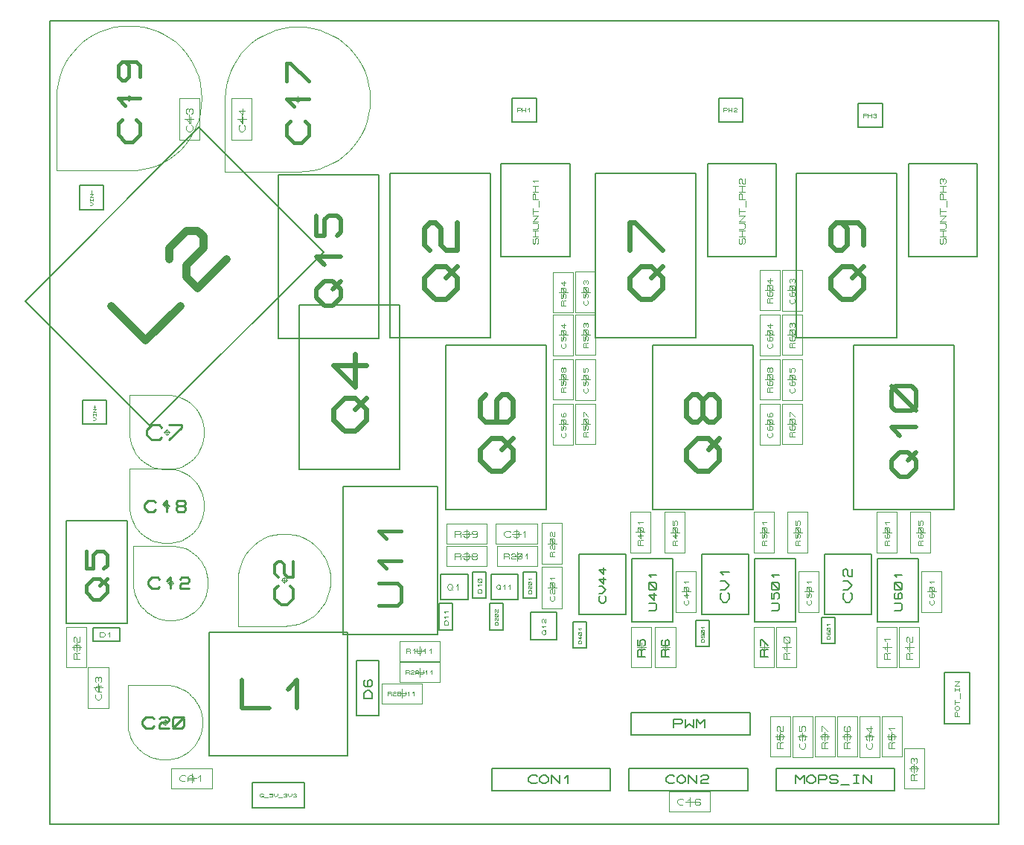
<source format=gbr>
G04 PROTEUS GERBER X2 FILE*
%TF.GenerationSoftware,Labcenter,Proteus,8.7-SP3-Build25561*%
%TF.CreationDate,2021-07-11T19:04:18+00:00*%
%TF.FileFunction,AssemblyDrawing,Top*%
%TF.FilePolarity,Positive*%
%TF.Part,Single*%
%TF.SameCoordinates,{258fd287-c93d-46cd-987c-e4f85f9f1f24}*%
%FSLAX45Y45*%
%MOMM*%
G01*
%TA.AperFunction,Profile*%
%ADD39C,0.203200*%
%TA.AperFunction,Material*%
%ADD47C,0.203200*%
%ADD119C,0.105410*%
%ADD120C,0.068580*%
%ADD121C,0.389040*%
%ADD122C,0.090090*%
%ADD123C,0.050000*%
%ADD124C,0.116250*%
%ADD125C,0.422590*%
%ADD126C,0.524930*%
%ADD51C,0.152400*%
%ADD127C,0.118750*%
%ADD128C,0.077500*%
%ADD129C,0.054860*%
%ADD130C,0.093000*%
%ADD131C,0.144780*%
%ADD132C,0.137160*%
%ADD133C,0.171450*%
%ADD134C,0.059690*%
%ADD135C,0.095000*%
%ADD136C,0.141000*%
%ADD137C,0.103290*%
%ADD138C,0.077470*%
%ADD139C,0.074610*%
%ADD140C,0.086530*%
%ADD141C,0.160020*%
%ADD142C,0.931330*%
%ADD143C,0.413750*%
%ADD144C,0.067300*%
%ADD145C,0.351660*%
%ADD146C,0.622300*%
%ADD147C,0.466720*%
%ADD148C,0.066420*%
%ADD149C,0.285000*%
%ADD150C,0.213750*%
%TD.AperFunction*%
D39*
X-1079500Y-6413500D02*
X+9715500Y-6413500D01*
X+9715500Y+2730500D01*
X-1079500Y+2730500D01*
X-1079500Y-6413500D01*
D47*
X+6403340Y+44450D02*
X+7185660Y+44450D01*
X+7185660Y+1098550D01*
X+6403340Y+1098550D01*
X+6403340Y+44450D01*
D119*
X+6815582Y+192024D02*
X+6826123Y+202565D01*
X+6826123Y+244729D01*
X+6815582Y+255270D01*
X+6805041Y+255270D01*
X+6794500Y+244729D01*
X+6794500Y+202565D01*
X+6783959Y+192024D01*
X+6773418Y+192024D01*
X+6762877Y+202565D01*
X+6762877Y+244729D01*
X+6773418Y+255270D01*
X+6826123Y+276352D02*
X+6762877Y+276352D01*
X+6762877Y+339598D02*
X+6826123Y+339598D01*
X+6794500Y+276352D02*
X+6794500Y+339598D01*
X+6762877Y+360680D02*
X+6815582Y+360680D01*
X+6826123Y+371221D01*
X+6826123Y+413385D01*
X+6815582Y+423926D01*
X+6762877Y+423926D01*
X+6826123Y+445008D02*
X+6762877Y+445008D01*
X+6826123Y+508254D01*
X+6762877Y+508254D01*
X+6762877Y+529336D02*
X+6762877Y+592582D01*
X+6762877Y+560959D02*
X+6826123Y+560959D01*
X+6836664Y+613664D02*
X+6836664Y+676910D01*
X+6826123Y+697992D02*
X+6762877Y+697992D01*
X+6762877Y+750697D01*
X+6773418Y+761238D01*
X+6783959Y+761238D01*
X+6794500Y+750697D01*
X+6794500Y+697992D01*
X+6826123Y+782320D02*
X+6762877Y+782320D01*
X+6762877Y+845566D02*
X+6826123Y+845566D01*
X+6794500Y+782320D02*
X+6794500Y+845566D01*
X+6773418Y+877189D02*
X+6762877Y+887730D01*
X+6762877Y+919353D01*
X+6773418Y+929894D01*
X+6783959Y+929894D01*
X+6794500Y+919353D01*
X+6794500Y+887730D01*
X+6805041Y+877189D01*
X+6826123Y+877189D01*
X+6826123Y+929894D01*
D47*
X+8689340Y+44450D02*
X+9471660Y+44450D01*
X+9471660Y+1098550D01*
X+8689340Y+1098550D01*
X+8689340Y+44450D01*
D119*
X+9101582Y+192024D02*
X+9112123Y+202565D01*
X+9112123Y+244729D01*
X+9101582Y+255270D01*
X+9091041Y+255270D01*
X+9080500Y+244729D01*
X+9080500Y+202565D01*
X+9069959Y+192024D01*
X+9059418Y+192024D01*
X+9048877Y+202565D01*
X+9048877Y+244729D01*
X+9059418Y+255270D01*
X+9112123Y+276352D02*
X+9048877Y+276352D01*
X+9048877Y+339598D02*
X+9112123Y+339598D01*
X+9080500Y+276352D02*
X+9080500Y+339598D01*
X+9048877Y+360680D02*
X+9101582Y+360680D01*
X+9112123Y+371221D01*
X+9112123Y+413385D01*
X+9101582Y+423926D01*
X+9048877Y+423926D01*
X+9112123Y+445008D02*
X+9048877Y+445008D01*
X+9112123Y+508254D01*
X+9048877Y+508254D01*
X+9048877Y+529336D02*
X+9048877Y+592582D01*
X+9048877Y+560959D02*
X+9112123Y+560959D01*
X+9122664Y+613664D02*
X+9122664Y+676910D01*
X+9112123Y+697992D02*
X+9048877Y+697992D01*
X+9048877Y+750697D01*
X+9059418Y+761238D01*
X+9069959Y+761238D01*
X+9080500Y+750697D01*
X+9080500Y+697992D01*
X+9112123Y+782320D02*
X+9048877Y+782320D01*
X+9048877Y+845566D02*
X+9112123Y+845566D01*
X+9080500Y+782320D02*
X+9080500Y+845566D01*
X+9059418Y+877189D02*
X+9048877Y+887730D01*
X+9048877Y+919353D01*
X+9059418Y+929894D01*
X+9069959Y+929894D01*
X+9080500Y+919353D01*
X+9091041Y+929894D01*
X+9101582Y+929894D01*
X+9112123Y+919353D01*
X+9112123Y+887730D01*
X+9101582Y+877189D01*
X+9080500Y+898271D02*
X+9080500Y+919353D01*
D47*
X+4053840Y+44450D02*
X+4836160Y+44450D01*
X+4836160Y+1098550D01*
X+4053840Y+1098550D01*
X+4053840Y+44450D01*
D119*
X+4466082Y+192024D02*
X+4476623Y+202565D01*
X+4476623Y+244729D01*
X+4466082Y+255270D01*
X+4455541Y+255270D01*
X+4445000Y+244729D01*
X+4445000Y+202565D01*
X+4434459Y+192024D01*
X+4423918Y+192024D01*
X+4413377Y+202565D01*
X+4413377Y+244729D01*
X+4423918Y+255270D01*
X+4476623Y+276352D02*
X+4413377Y+276352D01*
X+4413377Y+339598D02*
X+4476623Y+339598D01*
X+4445000Y+276352D02*
X+4445000Y+339598D01*
X+4413377Y+360680D02*
X+4466082Y+360680D01*
X+4476623Y+371221D01*
X+4476623Y+413385D01*
X+4466082Y+423926D01*
X+4413377Y+423926D01*
X+4476623Y+445008D02*
X+4413377Y+445008D01*
X+4476623Y+508254D01*
X+4413377Y+508254D01*
X+4413377Y+529336D02*
X+4413377Y+592582D01*
X+4413377Y+560959D02*
X+4476623Y+560959D01*
X+4487164Y+613664D02*
X+4487164Y+676910D01*
X+4476623Y+697992D02*
X+4413377Y+697992D01*
X+4413377Y+750697D01*
X+4423918Y+761238D01*
X+4434459Y+761238D01*
X+4445000Y+750697D01*
X+4445000Y+697992D01*
X+4476623Y+782320D02*
X+4413377Y+782320D01*
X+4413377Y+845566D02*
X+4476623Y+845566D01*
X+4445000Y+782320D02*
X+4445000Y+845566D01*
X+4434459Y+887730D02*
X+4413377Y+908812D01*
X+4476623Y+908812D01*
D47*
X+4180840Y+1577340D02*
X+4455160Y+1577340D01*
X+4455160Y+1851660D01*
X+4180840Y+1851660D01*
X+4180840Y+1577340D01*
D120*
X+4235704Y+1693926D02*
X+4235704Y+1735074D01*
X+4269994Y+1735074D01*
X+4276852Y+1728216D01*
X+4276852Y+1721358D01*
X+4269994Y+1714500D01*
X+4235704Y+1714500D01*
X+4290568Y+1693926D02*
X+4290568Y+1735074D01*
X+4331716Y+1735074D02*
X+4331716Y+1693926D01*
X+4290568Y+1714500D02*
X+4331716Y+1714500D01*
X+4359148Y+1721358D02*
X+4372864Y+1735074D01*
X+4372864Y+1693926D01*
D47*
X+6530340Y+1577340D02*
X+6804660Y+1577340D01*
X+6804660Y+1851660D01*
X+6530340Y+1851660D01*
X+6530340Y+1577340D01*
D120*
X+6585204Y+1693926D02*
X+6585204Y+1735074D01*
X+6619494Y+1735074D01*
X+6626352Y+1728216D01*
X+6626352Y+1721358D01*
X+6619494Y+1714500D01*
X+6585204Y+1714500D01*
X+6640068Y+1693926D02*
X+6640068Y+1735074D01*
X+6681216Y+1735074D02*
X+6681216Y+1693926D01*
X+6640068Y+1714500D02*
X+6681216Y+1714500D01*
X+6701790Y+1728216D02*
X+6708648Y+1735074D01*
X+6729222Y+1735074D01*
X+6736080Y+1728216D01*
X+6736080Y+1721358D01*
X+6729222Y+1714500D01*
X+6708648Y+1714500D01*
X+6701790Y+1707642D01*
X+6701790Y+1693926D01*
X+6736080Y+1693926D01*
D47*
X+8117840Y+1513840D02*
X+8392160Y+1513840D01*
X+8392160Y+1788160D01*
X+8117840Y+1788160D01*
X+8117840Y+1513840D01*
D120*
X+8172704Y+1630426D02*
X+8172704Y+1671574D01*
X+8206994Y+1671574D01*
X+8213852Y+1664716D01*
X+8213852Y+1657858D01*
X+8206994Y+1651000D01*
X+8172704Y+1651000D01*
X+8227568Y+1630426D02*
X+8227568Y+1671574D01*
X+8268716Y+1671574D02*
X+8268716Y+1630426D01*
X+8227568Y+1651000D02*
X+8268716Y+1651000D01*
X+8289290Y+1664716D02*
X+8296148Y+1671574D01*
X+8316722Y+1671574D01*
X+8323580Y+1664716D01*
X+8323580Y+1657858D01*
X+8316722Y+1651000D01*
X+8323580Y+1644142D01*
X+8323580Y+1637284D01*
X+8316722Y+1630426D01*
X+8296148Y+1630426D01*
X+8289290Y+1637284D01*
X+8303006Y+1651000D02*
X+8316722Y+1651000D01*
D47*
X-895350Y-4127500D02*
X-196850Y-4127500D01*
X-196850Y-2960370D01*
X-895350Y-2960370D01*
X-895350Y-4127500D01*
D121*
X-585004Y-3855169D02*
X-662813Y-3777361D01*
X-662813Y-3699552D01*
X-585004Y-3621744D01*
X-507196Y-3621744D01*
X-429387Y-3699552D01*
X-429387Y-3777361D01*
X-507196Y-3855169D01*
X-585004Y-3855169D01*
X-507196Y-3699552D02*
X-429387Y-3621744D01*
X-662813Y-3310510D02*
X-662813Y-3505031D01*
X-585004Y-3505031D01*
X-585004Y-3349414D01*
X-546100Y-3310510D01*
X-468291Y-3310510D01*
X-429387Y-3349414D01*
X-429387Y-3466127D01*
X-468291Y-3505031D01*
D47*
X-584200Y-4329580D02*
X-285750Y-4329580D01*
X-285750Y-4179420D01*
X-584200Y-4179420D01*
X-584200Y-4329580D01*
D122*
X-507051Y-4281529D02*
X-507051Y-4227472D01*
X-471013Y-4227472D01*
X-452994Y-4245491D01*
X-452994Y-4263510D01*
X-471013Y-4281529D01*
X-507051Y-4281529D01*
X-416956Y-4245491D02*
X-398937Y-4227472D01*
X-398937Y-4281529D01*
D123*
X-659700Y-4629500D02*
X-659700Y-4169500D01*
X-889700Y-4169500D01*
X-889700Y-4629500D01*
X-659700Y-4629500D01*
X-824700Y-4399500D02*
X-724700Y-4399500D01*
X-774700Y-4349500D02*
X-774700Y-4449500D01*
D124*
X-739825Y-4539000D02*
X-809575Y-4539000D01*
X-809575Y-4480875D01*
X-797950Y-4469250D01*
X-786325Y-4469250D01*
X-774700Y-4480875D01*
X-774700Y-4539000D01*
X-774700Y-4480875D02*
X-763075Y-4469250D01*
X-739825Y-4469250D01*
X-797950Y-4434375D02*
X-809575Y-4422750D01*
X-809575Y-4387875D01*
X-797950Y-4376250D01*
X-786325Y-4376250D01*
X-774700Y-4387875D01*
X-763075Y-4376250D01*
X-751450Y-4376250D01*
X-739825Y-4387875D01*
X-739825Y-4422750D01*
X-751450Y-4434375D01*
X-774700Y-4411125D02*
X-774700Y-4387875D01*
X-797950Y-4341375D02*
X-809575Y-4329750D01*
X-809575Y-4294875D01*
X-797950Y-4283250D01*
X-786325Y-4283250D01*
X-774700Y-4294875D01*
X-774700Y-4329750D01*
X-763075Y-4341375D01*
X-739825Y-4341375D01*
X-739825Y-4283250D01*
D47*
X+2256790Y-4260850D02*
X+3331210Y-4260850D01*
X+3331210Y-2570480D01*
X+2256790Y-2570480D01*
X+2256790Y-4260850D01*
D125*
X+2667223Y-3922774D02*
X+2878519Y-3922774D01*
X+2920778Y-3880515D01*
X+2920778Y-3711479D01*
X+2878519Y-3669220D01*
X+2667223Y-3669220D01*
X+2751741Y-3500183D02*
X+2667223Y-3415665D01*
X+2920778Y-3415665D01*
X+2751741Y-3162110D02*
X+2667223Y-3077592D01*
X+2920778Y-3077592D01*
D47*
X+736600Y-5636260D02*
X+2311400Y-5636260D01*
X+2311400Y-4231640D01*
X+736600Y-4231640D01*
X+736600Y-5636260D01*
D126*
X+1104054Y-4776470D02*
X+1104054Y-5091430D01*
X+1419013Y-5091430D01*
X+1628986Y-4881457D02*
X+1733973Y-4776470D01*
X+1733973Y-5091430D01*
D47*
X+2413000Y-5176460D02*
X+2667000Y-5176460D01*
X+2667000Y-4549140D01*
X+2413000Y-4549140D01*
X+2413000Y-5176460D01*
D51*
X+2585720Y-4984720D02*
X+2494280Y-4984720D01*
X+2494280Y-4923760D01*
X+2524760Y-4893280D01*
X+2555240Y-4893280D01*
X+2585720Y-4923760D01*
X+2585720Y-4984720D01*
X+2509520Y-4771360D02*
X+2494280Y-4786600D01*
X+2494280Y-4832320D01*
X+2509520Y-4847560D01*
X+2570480Y-4847560D01*
X+2585720Y-4832320D01*
X+2585720Y-4786600D01*
X+2570480Y-4771360D01*
X+2555240Y-4771360D01*
X+2540000Y-4786600D01*
X+2540000Y-4847560D01*
D123*
X-642800Y-4626700D02*
X-642800Y-5096700D01*
X-412800Y-5096700D01*
X-412800Y-4626700D01*
X-642800Y-4626700D01*
X-477800Y-4861700D02*
X-577800Y-4861700D01*
X-527800Y-4911700D02*
X-527800Y-4811700D01*
D127*
X-504050Y-4932950D02*
X-492175Y-4944825D01*
X-492175Y-4980450D01*
X-515925Y-5004200D01*
X-539675Y-5004200D01*
X-563425Y-4980450D01*
X-563425Y-4944825D01*
X-551550Y-4932950D01*
X-492175Y-4909200D02*
X-539675Y-4909200D01*
X-563425Y-4885450D01*
X-563425Y-4861700D01*
X-539675Y-4837950D01*
X-492175Y-4837950D01*
X-515925Y-4909200D02*
X-515925Y-4837950D01*
X-551550Y-4802325D02*
X-563425Y-4790450D01*
X-563425Y-4754825D01*
X-551550Y-4742950D01*
X-539675Y-4742950D01*
X-527800Y-4754825D01*
X-515925Y-4742950D01*
X-504050Y-4742950D01*
X-492175Y-4754825D01*
X-492175Y-4790450D01*
X-504050Y-4802325D01*
X-527800Y-4778575D02*
X-527800Y-4754825D01*
D123*
X+3359500Y-4330000D02*
X+2899500Y-4330000D01*
X+2899500Y-4560000D01*
X+3359500Y-4560000D01*
X+3359500Y-4330000D01*
X+3129500Y-4495000D02*
X+3129500Y-4395000D01*
X+3079500Y-4445000D02*
X+3179500Y-4445000D01*
D128*
X+2974500Y-4468250D02*
X+2974500Y-4421750D01*
X+3013250Y-4421750D01*
X+3021000Y-4429500D01*
X+3021000Y-4437250D01*
X+3013250Y-4445000D01*
X+2974500Y-4445000D01*
X+3013250Y-4445000D02*
X+3021000Y-4452750D01*
X+3021000Y-4468250D01*
X+3052000Y-4437250D02*
X+3067500Y-4421750D01*
X+3067500Y-4468250D01*
X+3098500Y-4421750D02*
X+3098500Y-4460500D01*
X+3106250Y-4468250D01*
X+3137250Y-4468250D01*
X+3145000Y-4460500D01*
X+3145000Y-4421750D01*
X+3176000Y-4437250D02*
X+3191500Y-4421750D01*
X+3191500Y-4468250D01*
X+3238000Y-4437250D02*
X+3253500Y-4421750D01*
X+3253500Y-4468250D01*
D123*
X+393000Y+1845500D02*
X+393000Y+1375500D01*
X+623000Y+1375500D01*
X+623000Y+1845500D01*
X+393000Y+1845500D01*
X+558000Y+1610500D02*
X+458000Y+1610500D01*
X+508000Y+1560500D02*
X+508000Y+1660500D01*
D127*
X+531750Y+1539250D02*
X+543625Y+1527375D01*
X+543625Y+1491750D01*
X+519875Y+1468000D01*
X+496125Y+1468000D01*
X+472375Y+1491750D01*
X+472375Y+1527375D01*
X+484250Y+1539250D01*
X+519875Y+1634250D02*
X+519875Y+1563000D01*
X+472375Y+1610500D01*
X+543625Y+1610500D01*
X+484250Y+1669875D02*
X+472375Y+1681750D01*
X+472375Y+1717375D01*
X+484250Y+1729250D01*
X+496125Y+1729250D01*
X+508000Y+1717375D01*
X+519875Y+1729250D01*
X+531750Y+1729250D01*
X+543625Y+1717375D01*
X+543625Y+1681750D01*
X+531750Y+1669875D01*
X+508000Y+1693625D02*
X+508000Y+1717375D01*
D123*
X+989900Y+1845500D02*
X+989900Y+1375500D01*
X+1219900Y+1375500D01*
X+1219900Y+1845500D01*
X+989900Y+1845500D01*
X+1154900Y+1610500D02*
X+1054900Y+1610500D01*
X+1104900Y+1560500D02*
X+1104900Y+1660500D01*
D127*
X+1128650Y+1539250D02*
X+1140525Y+1527375D01*
X+1140525Y+1491750D01*
X+1116775Y+1468000D01*
X+1093025Y+1468000D01*
X+1069275Y+1491750D01*
X+1069275Y+1527375D01*
X+1081150Y+1539250D01*
X+1116775Y+1634250D02*
X+1116775Y+1563000D01*
X+1069275Y+1610500D01*
X+1140525Y+1610500D01*
X+1116775Y+1729250D02*
X+1116775Y+1658000D01*
X+1069275Y+1705500D01*
X+1140525Y+1705500D01*
D47*
X-739469Y+581331D02*
X-465149Y+581331D01*
X-465149Y+855651D01*
X-739469Y+855651D01*
X-739469Y+581331D01*
D129*
X-618768Y+630709D02*
X-602309Y+630709D01*
X-585849Y+647168D01*
X-602309Y+663627D01*
X-618768Y+663627D01*
X-618768Y+680086D02*
X-618768Y+702031D01*
X-618768Y+691059D02*
X-585849Y+691059D01*
X-585849Y+680086D02*
X-585849Y+702031D01*
X-585849Y+718491D02*
X-618768Y+718491D01*
X-585849Y+751409D01*
X-618768Y+751409D01*
X-602309Y+767868D02*
X-602309Y+795300D01*
D47*
X-708660Y-1864360D02*
X-434340Y-1864360D01*
X-434340Y-1590040D01*
X-708660Y-1590040D01*
X-708660Y-1864360D01*
D129*
X-587959Y-1814982D02*
X-571500Y-1814982D01*
X-555040Y-1798523D01*
X-571500Y-1782064D01*
X-587959Y-1782064D01*
X-587959Y-1765605D02*
X-587959Y-1743660D01*
X-587959Y-1754632D02*
X-555040Y-1754632D01*
X-555040Y-1765605D02*
X-555040Y-1743660D01*
X-555040Y-1727200D02*
X-587959Y-1727200D01*
X-555040Y-1694282D01*
X-587959Y-1694282D01*
X-571500Y-1683309D02*
X-571500Y-1650391D01*
X-582472Y-1666850D02*
X-560527Y-1666850D01*
D123*
X+5917500Y-2863500D02*
X+5917500Y-3323500D01*
X+6147500Y-3323500D01*
X+6147500Y-2863500D01*
X+5917500Y-2863500D01*
X+6082500Y-3093500D02*
X+5982500Y-3093500D01*
X+6032500Y-3143500D02*
X+6032500Y-3043500D01*
D130*
X+6060400Y-3242300D02*
X+6004600Y-3242300D01*
X+6004600Y-3195800D01*
X+6013900Y-3186500D01*
X+6023200Y-3186500D01*
X+6032500Y-3195800D01*
X+6032500Y-3242300D01*
X+6032500Y-3195800D02*
X+6041800Y-3186500D01*
X+6060400Y-3186500D01*
X+6041800Y-3112100D02*
X+6041800Y-3167900D01*
X+6004600Y-3130700D01*
X+6060400Y-3130700D01*
X+6051100Y-3093500D02*
X+6013900Y-3093500D01*
X+6004600Y-3084200D01*
X+6004600Y-3047000D01*
X+6013900Y-3037700D01*
X+6051100Y-3037700D01*
X+6060400Y-3047000D01*
X+6060400Y-3084200D01*
X+6051100Y-3093500D01*
X+6060400Y-3093500D02*
X+6004600Y-3037700D01*
X+6004600Y-2963300D02*
X+6004600Y-3009800D01*
X+6023200Y-3009800D01*
X+6023200Y-2972600D01*
X+6032500Y-2963300D01*
X+6051100Y-2963300D01*
X+6060400Y-2972600D01*
X+6060400Y-3000500D01*
X+6051100Y-3009800D01*
D123*
X+5523800Y-2861400D02*
X+5523800Y-3321400D01*
X+5753800Y-3321400D01*
X+5753800Y-2861400D01*
X+5523800Y-2861400D01*
X+5688800Y-3091400D02*
X+5588800Y-3091400D01*
X+5638800Y-3141400D02*
X+5638800Y-3041400D01*
D130*
X+5666700Y-3240200D02*
X+5610900Y-3240200D01*
X+5610900Y-3193700D01*
X+5620200Y-3184400D01*
X+5629500Y-3184400D01*
X+5638800Y-3193700D01*
X+5638800Y-3240200D01*
X+5638800Y-3193700D02*
X+5648100Y-3184400D01*
X+5666700Y-3184400D01*
X+5648100Y-3110000D02*
X+5648100Y-3165800D01*
X+5610900Y-3128600D01*
X+5666700Y-3128600D01*
X+5657400Y-3091400D02*
X+5620200Y-3091400D01*
X+5610900Y-3082100D01*
X+5610900Y-3044900D01*
X+5620200Y-3035600D01*
X+5657400Y-3035600D01*
X+5666700Y-3044900D01*
X+5666700Y-3082100D01*
X+5657400Y-3091400D01*
X+5666700Y-3091400D02*
X+5610900Y-3035600D01*
X+5629500Y-2998400D02*
X+5610900Y-2979800D01*
X+5666700Y-2979800D01*
D47*
X+5544820Y-4114800D02*
X+6012180Y-4114800D01*
X+6012180Y-3390900D01*
X+5544820Y-3390900D01*
X+5544820Y-4114800D01*
D131*
X+5735066Y-3984498D02*
X+5807456Y-3984498D01*
X+5821934Y-3970020D01*
X+5821934Y-3912108D01*
X+5807456Y-3897630D01*
X+5735066Y-3897630D01*
X+5792978Y-3781806D02*
X+5792978Y-3868674D01*
X+5735066Y-3810762D01*
X+5821934Y-3810762D01*
X+5807456Y-3752850D02*
X+5749544Y-3752850D01*
X+5735066Y-3738372D01*
X+5735066Y-3680460D01*
X+5749544Y-3665982D01*
X+5807456Y-3665982D01*
X+5821934Y-3680460D01*
X+5821934Y-3738372D01*
X+5807456Y-3752850D01*
X+5821934Y-3752850D02*
X+5735066Y-3665982D01*
X+5764022Y-3608070D02*
X+5735066Y-3579114D01*
X+5821934Y-3579114D01*
D47*
X+6941820Y-4114800D02*
X+7409180Y-4114800D01*
X+7409180Y-3390900D01*
X+6941820Y-3390900D01*
X+6941820Y-4114800D01*
D131*
X+7132066Y-3984498D02*
X+7204456Y-3984498D01*
X+7218934Y-3970020D01*
X+7218934Y-3912108D01*
X+7204456Y-3897630D01*
X+7132066Y-3897630D01*
X+7132066Y-3781806D02*
X+7132066Y-3854196D01*
X+7161022Y-3854196D01*
X+7161022Y-3796284D01*
X+7175500Y-3781806D01*
X+7204456Y-3781806D01*
X+7218934Y-3796284D01*
X+7218934Y-3839718D01*
X+7204456Y-3854196D01*
X+7204456Y-3752850D02*
X+7146544Y-3752850D01*
X+7132066Y-3738372D01*
X+7132066Y-3680460D01*
X+7146544Y-3665982D01*
X+7204456Y-3665982D01*
X+7218934Y-3680460D01*
X+7218934Y-3738372D01*
X+7204456Y-3752850D01*
X+7218934Y-3752850D02*
X+7132066Y-3665982D01*
X+7161022Y-3608070D02*
X+7132066Y-3579114D01*
X+7218934Y-3579114D01*
D47*
X+8338820Y-4114800D02*
X+8806180Y-4114800D01*
X+8806180Y-3390900D01*
X+8338820Y-3390900D01*
X+8338820Y-4114800D01*
D131*
X+8529066Y-3984498D02*
X+8601456Y-3984498D01*
X+8615934Y-3970020D01*
X+8615934Y-3912108D01*
X+8601456Y-3897630D01*
X+8529066Y-3897630D01*
X+8543544Y-3781806D02*
X+8529066Y-3796284D01*
X+8529066Y-3839718D01*
X+8543544Y-3854196D01*
X+8601456Y-3854196D01*
X+8615934Y-3839718D01*
X+8615934Y-3796284D01*
X+8601456Y-3781806D01*
X+8586978Y-3781806D01*
X+8572500Y-3796284D01*
X+8572500Y-3854196D01*
X+8601456Y-3752850D02*
X+8543544Y-3752850D01*
X+8529066Y-3738372D01*
X+8529066Y-3680460D01*
X+8543544Y-3665982D01*
X+8601456Y-3665982D01*
X+8615934Y-3680460D01*
X+8615934Y-3738372D01*
X+8601456Y-3752850D01*
X+8615934Y-3752850D02*
X+8529066Y-3665982D01*
X+8558022Y-3608070D02*
X+8529066Y-3579114D01*
X+8615934Y-3579114D01*
D123*
X+6933500Y-2863500D02*
X+6933500Y-3323500D01*
X+7163500Y-3323500D01*
X+7163500Y-2863500D01*
X+6933500Y-2863500D01*
X+7098500Y-3093500D02*
X+6998500Y-3093500D01*
X+7048500Y-3143500D02*
X+7048500Y-3043500D01*
D130*
X+7076400Y-3242300D02*
X+7020600Y-3242300D01*
X+7020600Y-3195800D01*
X+7029900Y-3186500D01*
X+7039200Y-3186500D01*
X+7048500Y-3195800D01*
X+7048500Y-3242300D01*
X+7048500Y-3195800D02*
X+7057800Y-3186500D01*
X+7076400Y-3186500D01*
X+7020600Y-3112100D02*
X+7020600Y-3158600D01*
X+7039200Y-3158600D01*
X+7039200Y-3121400D01*
X+7048500Y-3112100D01*
X+7067100Y-3112100D01*
X+7076400Y-3121400D01*
X+7076400Y-3149300D01*
X+7067100Y-3158600D01*
X+7067100Y-3093500D02*
X+7029900Y-3093500D01*
X+7020600Y-3084200D01*
X+7020600Y-3047000D01*
X+7029900Y-3037700D01*
X+7067100Y-3037700D01*
X+7076400Y-3047000D01*
X+7076400Y-3084200D01*
X+7067100Y-3093500D01*
X+7076400Y-3093500D02*
X+7020600Y-3037700D01*
X+7039200Y-3000500D02*
X+7020600Y-2981900D01*
X+7076400Y-2981900D01*
D47*
X+4942840Y-4025900D02*
X+5471160Y-4025900D01*
X+5471160Y-3340100D01*
X+4942840Y-3340100D01*
X+4942840Y-4025900D01*
D132*
X+5234432Y-3820160D02*
X+5248148Y-3833876D01*
X+5248148Y-3875024D01*
X+5220716Y-3902456D01*
X+5193284Y-3902456D01*
X+5165852Y-3875024D01*
X+5165852Y-3833876D01*
X+5179568Y-3820160D01*
X+5165852Y-3792728D02*
X+5207000Y-3792728D01*
X+5248148Y-3751580D01*
X+5207000Y-3710432D01*
X+5165852Y-3710432D01*
X+5220716Y-3600704D02*
X+5220716Y-3683000D01*
X+5165852Y-3628136D01*
X+5248148Y-3628136D01*
X+5220716Y-3490976D02*
X+5220716Y-3573272D01*
X+5165852Y-3518408D01*
X+5248148Y-3518408D01*
D47*
X+6339840Y-4025900D02*
X+6868160Y-4025900D01*
X+6868160Y-3340100D01*
X+6339840Y-3340100D01*
X+6339840Y-4025900D01*
D133*
X+6638290Y-3785870D02*
X+6655435Y-3803015D01*
X+6655435Y-3854450D01*
X+6621145Y-3888740D01*
X+6586855Y-3888740D01*
X+6552565Y-3854450D01*
X+6552565Y-3803015D01*
X+6569710Y-3785870D01*
X+6552565Y-3751580D02*
X+6604000Y-3751580D01*
X+6655435Y-3700145D01*
X+6604000Y-3648710D01*
X+6552565Y-3648710D01*
X+6586855Y-3580130D02*
X+6552565Y-3545840D01*
X+6655435Y-3545840D01*
D47*
X+7736840Y-4025900D02*
X+8265160Y-4025900D01*
X+8265160Y-3340100D01*
X+7736840Y-3340100D01*
X+7736840Y-4025900D01*
D133*
X+8035290Y-3785870D02*
X+8052435Y-3803015D01*
X+8052435Y-3854450D01*
X+8018145Y-3888740D01*
X+7983855Y-3888740D01*
X+7949565Y-3854450D01*
X+7949565Y-3803015D01*
X+7966710Y-3785870D01*
X+7949565Y-3751580D02*
X+8001000Y-3751580D01*
X+8052435Y-3700145D01*
X+8001000Y-3648710D01*
X+7949565Y-3648710D01*
X+7966710Y-3597275D02*
X+7949565Y-3580130D01*
X+7949565Y-3528695D01*
X+7966710Y-3511550D01*
X+7983855Y-3511550D01*
X+8001000Y-3528695D01*
X+8001000Y-3580130D01*
X+8018145Y-3597275D01*
X+8052435Y-3597275D01*
X+8052435Y-3511550D01*
D47*
X+4877920Y-4413250D02*
X+5028080Y-4413250D01*
X+5028080Y-4114800D01*
X+4877920Y-4114800D01*
X+4877920Y-4413250D01*
D134*
X+4970907Y-4359529D02*
X+4935093Y-4359529D01*
X+4935093Y-4335653D01*
X+4947031Y-4323715D01*
X+4958969Y-4323715D01*
X+4970907Y-4335653D01*
X+4970907Y-4359529D01*
X+4958969Y-4275963D02*
X+4958969Y-4311777D01*
X+4935093Y-4287901D01*
X+4970907Y-4287901D01*
X+4964938Y-4264025D02*
X+4941062Y-4264025D01*
X+4935093Y-4258056D01*
X+4935093Y-4234180D01*
X+4941062Y-4228211D01*
X+4964938Y-4228211D01*
X+4970907Y-4234180D01*
X+4970907Y-4258056D01*
X+4964938Y-4264025D01*
X+4970907Y-4264025D02*
X+4935093Y-4228211D01*
X+4947031Y-4204335D02*
X+4935093Y-4192397D01*
X+4970907Y-4192397D01*
D47*
X+6274920Y-4394200D02*
X+6425080Y-4394200D01*
X+6425080Y-4095750D01*
X+6274920Y-4095750D01*
X+6274920Y-4394200D01*
D134*
X+6367907Y-4340479D02*
X+6332093Y-4340479D01*
X+6332093Y-4316603D01*
X+6344031Y-4304665D01*
X+6355969Y-4304665D01*
X+6367907Y-4316603D01*
X+6367907Y-4340479D01*
X+6332093Y-4256913D02*
X+6332093Y-4286758D01*
X+6344031Y-4286758D01*
X+6344031Y-4262882D01*
X+6350000Y-4256913D01*
X+6361938Y-4256913D01*
X+6367907Y-4262882D01*
X+6367907Y-4280789D01*
X+6361938Y-4286758D01*
X+6361938Y-4244975D02*
X+6338062Y-4244975D01*
X+6332093Y-4239006D01*
X+6332093Y-4215130D01*
X+6338062Y-4209161D01*
X+6361938Y-4209161D01*
X+6367907Y-4215130D01*
X+6367907Y-4239006D01*
X+6361938Y-4244975D01*
X+6367907Y-4244975D02*
X+6332093Y-4209161D01*
X+6344031Y-4185285D02*
X+6332093Y-4173347D01*
X+6367907Y-4173347D01*
D47*
X+7703670Y-4362450D02*
X+7853830Y-4362450D01*
X+7853830Y-4064000D01*
X+7703670Y-4064000D01*
X+7703670Y-4362450D01*
D134*
X+7796657Y-4308729D02*
X+7760843Y-4308729D01*
X+7760843Y-4284853D01*
X+7772781Y-4272915D01*
X+7784719Y-4272915D01*
X+7796657Y-4284853D01*
X+7796657Y-4308729D01*
X+7766812Y-4225163D02*
X+7760843Y-4231132D01*
X+7760843Y-4249039D01*
X+7766812Y-4255008D01*
X+7790688Y-4255008D01*
X+7796657Y-4249039D01*
X+7796657Y-4231132D01*
X+7790688Y-4225163D01*
X+7784719Y-4225163D01*
X+7778750Y-4231132D01*
X+7778750Y-4255008D01*
X+7790688Y-4213225D02*
X+7766812Y-4213225D01*
X+7760843Y-4207256D01*
X+7760843Y-4183380D01*
X+7766812Y-4177411D01*
X+7790688Y-4177411D01*
X+7796657Y-4183380D01*
X+7796657Y-4207256D01*
X+7790688Y-4213225D01*
X+7796657Y-4213225D02*
X+7760843Y-4177411D01*
X+7772781Y-4153535D02*
X+7760843Y-4141597D01*
X+7796657Y-4141597D01*
D123*
X+6044500Y-3534500D02*
X+6044500Y-4004500D01*
X+6274500Y-4004500D01*
X+6274500Y-3534500D01*
X+6044500Y-3534500D01*
X+6209500Y-3769500D02*
X+6109500Y-3769500D01*
X+6159500Y-3819500D02*
X+6159500Y-3719500D01*
D135*
X+6178500Y-3864500D02*
X+6188000Y-3874000D01*
X+6188000Y-3902500D01*
X+6169000Y-3921500D01*
X+6150000Y-3921500D01*
X+6131000Y-3902500D01*
X+6131000Y-3874000D01*
X+6140500Y-3864500D01*
X+6169000Y-3788500D02*
X+6169000Y-3845500D01*
X+6131000Y-3807500D01*
X+6188000Y-3807500D01*
X+6178500Y-3769500D02*
X+6140500Y-3769500D01*
X+6131000Y-3760000D01*
X+6131000Y-3722000D01*
X+6140500Y-3712500D01*
X+6178500Y-3712500D01*
X+6188000Y-3722000D01*
X+6188000Y-3760000D01*
X+6178500Y-3769500D01*
X+6188000Y-3769500D02*
X+6131000Y-3712500D01*
X+6150000Y-3674500D02*
X+6131000Y-3655500D01*
X+6188000Y-3655500D01*
D123*
X+7441500Y-3534500D02*
X+7441500Y-4004500D01*
X+7671500Y-4004500D01*
X+7671500Y-3534500D01*
X+7441500Y-3534500D01*
X+7606500Y-3769500D02*
X+7506500Y-3769500D01*
X+7556500Y-3819500D02*
X+7556500Y-3719500D01*
D135*
X+7575500Y-3864500D02*
X+7585000Y-3874000D01*
X+7585000Y-3902500D01*
X+7566000Y-3921500D01*
X+7547000Y-3921500D01*
X+7528000Y-3902500D01*
X+7528000Y-3874000D01*
X+7537500Y-3864500D01*
X+7528000Y-3788500D02*
X+7528000Y-3836000D01*
X+7547000Y-3836000D01*
X+7547000Y-3798000D01*
X+7556500Y-3788500D01*
X+7575500Y-3788500D01*
X+7585000Y-3798000D01*
X+7585000Y-3826500D01*
X+7575500Y-3836000D01*
X+7575500Y-3769500D02*
X+7537500Y-3769500D01*
X+7528000Y-3760000D01*
X+7528000Y-3722000D01*
X+7537500Y-3712500D01*
X+7575500Y-3712500D01*
X+7585000Y-3722000D01*
X+7585000Y-3760000D01*
X+7575500Y-3769500D01*
X+7585000Y-3769500D02*
X+7528000Y-3712500D01*
X+7547000Y-3674500D02*
X+7528000Y-3655500D01*
X+7585000Y-3655500D01*
D123*
X+8838500Y-3534500D02*
X+8838500Y-4004500D01*
X+9068500Y-4004500D01*
X+9068500Y-3534500D01*
X+8838500Y-3534500D01*
X+9003500Y-3769500D02*
X+8903500Y-3769500D01*
X+8953500Y-3819500D02*
X+8953500Y-3719500D01*
D135*
X+8972500Y-3864500D02*
X+8982000Y-3874000D01*
X+8982000Y-3902500D01*
X+8963000Y-3921500D01*
X+8944000Y-3921500D01*
X+8925000Y-3902500D01*
X+8925000Y-3874000D01*
X+8934500Y-3864500D01*
X+8934500Y-3788500D02*
X+8925000Y-3798000D01*
X+8925000Y-3826500D01*
X+8934500Y-3836000D01*
X+8972500Y-3836000D01*
X+8982000Y-3826500D01*
X+8982000Y-3798000D01*
X+8972500Y-3788500D01*
X+8963000Y-3788500D01*
X+8953500Y-3798000D01*
X+8953500Y-3836000D01*
X+8972500Y-3769500D02*
X+8934500Y-3769500D01*
X+8925000Y-3760000D01*
X+8925000Y-3722000D01*
X+8934500Y-3712500D01*
X+8972500Y-3712500D01*
X+8982000Y-3722000D01*
X+8982000Y-3760000D01*
X+8972500Y-3769500D01*
X+8982000Y-3769500D02*
X+8925000Y-3712500D01*
X+8944000Y-3674500D02*
X+8925000Y-3655500D01*
X+8982000Y-3655500D01*
D123*
X+7314500Y-2863500D02*
X+7314500Y-3323500D01*
X+7544500Y-3323500D01*
X+7544500Y-2863500D01*
X+7314500Y-2863500D01*
X+7479500Y-3093500D02*
X+7379500Y-3093500D01*
X+7429500Y-3143500D02*
X+7429500Y-3043500D01*
D130*
X+7457400Y-3242300D02*
X+7401600Y-3242300D01*
X+7401600Y-3195800D01*
X+7410900Y-3186500D01*
X+7420200Y-3186500D01*
X+7429500Y-3195800D01*
X+7429500Y-3242300D01*
X+7429500Y-3195800D02*
X+7438800Y-3186500D01*
X+7457400Y-3186500D01*
X+7401600Y-3112100D02*
X+7401600Y-3158600D01*
X+7420200Y-3158600D01*
X+7420200Y-3121400D01*
X+7429500Y-3112100D01*
X+7448100Y-3112100D01*
X+7457400Y-3121400D01*
X+7457400Y-3149300D01*
X+7448100Y-3158600D01*
X+7448100Y-3093500D02*
X+7410900Y-3093500D01*
X+7401600Y-3084200D01*
X+7401600Y-3047000D01*
X+7410900Y-3037700D01*
X+7448100Y-3037700D01*
X+7457400Y-3047000D01*
X+7457400Y-3084200D01*
X+7448100Y-3093500D01*
X+7457400Y-3093500D02*
X+7401600Y-3037700D01*
X+7401600Y-2963300D02*
X+7401600Y-3009800D01*
X+7420200Y-3009800D01*
X+7420200Y-2972600D01*
X+7429500Y-2963300D01*
X+7448100Y-2963300D01*
X+7457400Y-2972600D01*
X+7457400Y-3000500D01*
X+7448100Y-3009800D01*
D123*
X+8330500Y-2863500D02*
X+8330500Y-3323500D01*
X+8560500Y-3323500D01*
X+8560500Y-2863500D01*
X+8330500Y-2863500D01*
X+8495500Y-3093500D02*
X+8395500Y-3093500D01*
X+8445500Y-3143500D02*
X+8445500Y-3043500D01*
D130*
X+8473400Y-3242300D02*
X+8417600Y-3242300D01*
X+8417600Y-3195800D01*
X+8426900Y-3186500D01*
X+8436200Y-3186500D01*
X+8445500Y-3195800D01*
X+8445500Y-3242300D01*
X+8445500Y-3195800D02*
X+8454800Y-3186500D01*
X+8473400Y-3186500D01*
X+8426900Y-3112100D02*
X+8417600Y-3121400D01*
X+8417600Y-3149300D01*
X+8426900Y-3158600D01*
X+8464100Y-3158600D01*
X+8473400Y-3149300D01*
X+8473400Y-3121400D01*
X+8464100Y-3112100D01*
X+8454800Y-3112100D01*
X+8445500Y-3121400D01*
X+8445500Y-3158600D01*
X+8464100Y-3093500D02*
X+8426900Y-3093500D01*
X+8417600Y-3084200D01*
X+8417600Y-3047000D01*
X+8426900Y-3037700D01*
X+8464100Y-3037700D01*
X+8473400Y-3047000D01*
X+8473400Y-3084200D01*
X+8464100Y-3093500D01*
X+8473400Y-3093500D02*
X+8417600Y-3037700D01*
X+8436200Y-3000500D02*
X+8417600Y-2981900D01*
X+8473400Y-2981900D01*
D123*
X+8711500Y-2863500D02*
X+8711500Y-3323500D01*
X+8941500Y-3323500D01*
X+8941500Y-2863500D01*
X+8711500Y-2863500D01*
X+8876500Y-3093500D02*
X+8776500Y-3093500D01*
X+8826500Y-3143500D02*
X+8826500Y-3043500D01*
D130*
X+8854400Y-3242300D02*
X+8798600Y-3242300D01*
X+8798600Y-3195800D01*
X+8807900Y-3186500D01*
X+8817200Y-3186500D01*
X+8826500Y-3195800D01*
X+8826500Y-3242300D01*
X+8826500Y-3195800D02*
X+8835800Y-3186500D01*
X+8854400Y-3186500D01*
X+8807900Y-3112100D02*
X+8798600Y-3121400D01*
X+8798600Y-3149300D01*
X+8807900Y-3158600D01*
X+8845100Y-3158600D01*
X+8854400Y-3149300D01*
X+8854400Y-3121400D01*
X+8845100Y-3112100D01*
X+8835800Y-3112100D01*
X+8826500Y-3121400D01*
X+8826500Y-3158600D01*
X+8845100Y-3093500D02*
X+8807900Y-3093500D01*
X+8798600Y-3084200D01*
X+8798600Y-3047000D01*
X+8807900Y-3037700D01*
X+8845100Y-3037700D01*
X+8854400Y-3047000D01*
X+8854400Y-3084200D01*
X+8845100Y-3093500D01*
X+8854400Y-3093500D02*
X+8798600Y-3037700D01*
X+8798600Y-2963300D02*
X+8798600Y-3009800D01*
X+8817200Y-3009800D01*
X+8817200Y-2972600D01*
X+8826500Y-2963300D01*
X+8845100Y-2963300D01*
X+8854400Y-2972600D01*
X+8854400Y-3000500D01*
X+8845100Y-3009800D01*
D123*
X+5766500Y-4629500D02*
X+5766500Y-4169500D01*
X+5536500Y-4169500D01*
X+5536500Y-4629500D01*
X+5766500Y-4629500D01*
X+5601500Y-4399500D02*
X+5701500Y-4399500D01*
X+5651500Y-4349500D02*
X+5651500Y-4449500D01*
D136*
X+5693800Y-4512300D02*
X+5609200Y-4512300D01*
X+5609200Y-4441800D01*
X+5623300Y-4427700D01*
X+5637400Y-4427700D01*
X+5651500Y-4441800D01*
X+5651500Y-4512300D01*
X+5651500Y-4441800D02*
X+5665600Y-4427700D01*
X+5693800Y-4427700D01*
X+5609200Y-4314900D02*
X+5609200Y-4385400D01*
X+5637400Y-4385400D01*
X+5637400Y-4329000D01*
X+5651500Y-4314900D01*
X+5679700Y-4314900D01*
X+5693800Y-4329000D01*
X+5693800Y-4371300D01*
X+5679700Y-4385400D01*
D123*
X+6038000Y-4629500D02*
X+6038000Y-4169500D01*
X+5808000Y-4169500D01*
X+5808000Y-4629500D01*
X+6038000Y-4629500D01*
X+5873000Y-4399500D02*
X+5973000Y-4399500D01*
X+5923000Y-4349500D02*
X+5923000Y-4449500D01*
D136*
X+5965300Y-4512300D02*
X+5880700Y-4512300D01*
X+5880700Y-4441800D01*
X+5894800Y-4427700D01*
X+5908900Y-4427700D01*
X+5923000Y-4441800D01*
X+5923000Y-4512300D01*
X+5923000Y-4441800D02*
X+5937100Y-4427700D01*
X+5965300Y-4427700D01*
X+5894800Y-4314900D02*
X+5880700Y-4329000D01*
X+5880700Y-4371300D01*
X+5894800Y-4385400D01*
X+5951200Y-4385400D01*
X+5965300Y-4371300D01*
X+5965300Y-4329000D01*
X+5951200Y-4314900D01*
X+5937100Y-4314900D01*
X+5923000Y-4329000D01*
X+5923000Y-4385400D01*
D123*
X+7163500Y-4629500D02*
X+7163500Y-4169500D01*
X+6933500Y-4169500D01*
X+6933500Y-4629500D01*
X+7163500Y-4629500D01*
X+6998500Y-4399500D02*
X+7098500Y-4399500D01*
X+7048500Y-4349500D02*
X+7048500Y-4449500D01*
D136*
X+7090800Y-4512300D02*
X+7006200Y-4512300D01*
X+7006200Y-4441800D01*
X+7020300Y-4427700D01*
X+7034400Y-4427700D01*
X+7048500Y-4441800D01*
X+7048500Y-4512300D01*
X+7048500Y-4441800D02*
X+7062600Y-4427700D01*
X+7090800Y-4427700D01*
X+7006200Y-4385400D02*
X+7006200Y-4314900D01*
X+7020300Y-4314900D01*
X+7090800Y-4385400D01*
D123*
X+4901500Y-613500D02*
X+4901500Y-1073500D01*
X+5131500Y-1073500D01*
X+5131500Y-613500D01*
X+4901500Y-613500D01*
X+5066500Y-843500D02*
X+4966500Y-843500D01*
X+5016500Y-893500D02*
X+5016500Y-793500D01*
D130*
X+5044400Y-992300D02*
X+4988600Y-992300D01*
X+4988600Y-945800D01*
X+4997900Y-936500D01*
X+5007200Y-936500D01*
X+5016500Y-945800D01*
X+5016500Y-992300D01*
X+5016500Y-945800D02*
X+5025800Y-936500D01*
X+5044400Y-936500D01*
X+4988600Y-862100D02*
X+4988600Y-908600D01*
X+5007200Y-908600D01*
X+5007200Y-871400D01*
X+5016500Y-862100D01*
X+5035100Y-862100D01*
X+5044400Y-871400D01*
X+5044400Y-899300D01*
X+5035100Y-908600D01*
X+5035100Y-843500D02*
X+4997900Y-843500D01*
X+4988600Y-834200D01*
X+4988600Y-797000D01*
X+4997900Y-787700D01*
X+5035100Y-787700D01*
X+5044400Y-797000D01*
X+5044400Y-834200D01*
X+5035100Y-843500D01*
X+5044400Y-843500D02*
X+4988600Y-787700D01*
X+4997900Y-759800D02*
X+4988600Y-750500D01*
X+4988600Y-722600D01*
X+4997900Y-713300D01*
X+5007200Y-713300D01*
X+5016500Y-722600D01*
X+5025800Y-713300D01*
X+5035100Y-713300D01*
X+5044400Y-722600D01*
X+5044400Y-750500D01*
X+5035100Y-759800D01*
X+5016500Y-741200D02*
X+5016500Y-722600D01*
D123*
X+4647500Y-133000D02*
X+4647500Y-593000D01*
X+4877500Y-593000D01*
X+4877500Y-133000D01*
X+4647500Y-133000D01*
X+4812500Y-363000D02*
X+4712500Y-363000D01*
X+4762500Y-413000D02*
X+4762500Y-313000D01*
D130*
X+4790400Y-511800D02*
X+4734600Y-511800D01*
X+4734600Y-465300D01*
X+4743900Y-456000D01*
X+4753200Y-456000D01*
X+4762500Y-465300D01*
X+4762500Y-511800D01*
X+4762500Y-465300D02*
X+4771800Y-456000D01*
X+4790400Y-456000D01*
X+4734600Y-381600D02*
X+4734600Y-428100D01*
X+4753200Y-428100D01*
X+4753200Y-390900D01*
X+4762500Y-381600D01*
X+4781100Y-381600D01*
X+4790400Y-390900D01*
X+4790400Y-418800D01*
X+4781100Y-428100D01*
X+4781100Y-363000D02*
X+4743900Y-363000D01*
X+4734600Y-353700D01*
X+4734600Y-316500D01*
X+4743900Y-307200D01*
X+4781100Y-307200D01*
X+4790400Y-316500D01*
X+4790400Y-353700D01*
X+4781100Y-363000D01*
X+4790400Y-363000D02*
X+4734600Y-307200D01*
X+4771800Y-232800D02*
X+4771800Y-288600D01*
X+4734600Y-251400D01*
X+4790400Y-251400D01*
D123*
X+4901500Y-1629500D02*
X+4901500Y-2089500D01*
X+5131500Y-2089500D01*
X+5131500Y-1629500D01*
X+4901500Y-1629500D01*
X+5066500Y-1859500D02*
X+4966500Y-1859500D01*
X+5016500Y-1909500D02*
X+5016500Y-1809500D01*
D130*
X+5044400Y-2008300D02*
X+4988600Y-2008300D01*
X+4988600Y-1961800D01*
X+4997900Y-1952500D01*
X+5007200Y-1952500D01*
X+5016500Y-1961800D01*
X+5016500Y-2008300D01*
X+5016500Y-1961800D02*
X+5025800Y-1952500D01*
X+5044400Y-1952500D01*
X+4988600Y-1878100D02*
X+4988600Y-1924600D01*
X+5007200Y-1924600D01*
X+5007200Y-1887400D01*
X+5016500Y-1878100D01*
X+5035100Y-1878100D01*
X+5044400Y-1887400D01*
X+5044400Y-1915300D01*
X+5035100Y-1924600D01*
X+5035100Y-1859500D02*
X+4997900Y-1859500D01*
X+4988600Y-1850200D01*
X+4988600Y-1813000D01*
X+4997900Y-1803700D01*
X+5035100Y-1803700D01*
X+5044400Y-1813000D01*
X+5044400Y-1850200D01*
X+5035100Y-1859500D01*
X+5044400Y-1859500D02*
X+4988600Y-1803700D01*
X+4988600Y-1775800D02*
X+4988600Y-1729300D01*
X+4997900Y-1729300D01*
X+5044400Y-1775800D01*
D123*
X+4647500Y-1121500D02*
X+4647500Y-1581500D01*
X+4877500Y-1581500D01*
X+4877500Y-1121500D01*
X+4647500Y-1121500D01*
X+4812500Y-1351500D02*
X+4712500Y-1351500D01*
X+4762500Y-1401500D02*
X+4762500Y-1301500D01*
D130*
X+4790400Y-1500300D02*
X+4734600Y-1500300D01*
X+4734600Y-1453800D01*
X+4743900Y-1444500D01*
X+4753200Y-1444500D01*
X+4762500Y-1453800D01*
X+4762500Y-1500300D01*
X+4762500Y-1453800D02*
X+4771800Y-1444500D01*
X+4790400Y-1444500D01*
X+4734600Y-1370100D02*
X+4734600Y-1416600D01*
X+4753200Y-1416600D01*
X+4753200Y-1379400D01*
X+4762500Y-1370100D01*
X+4781100Y-1370100D01*
X+4790400Y-1379400D01*
X+4790400Y-1407300D01*
X+4781100Y-1416600D01*
X+4781100Y-1351500D02*
X+4743900Y-1351500D01*
X+4734600Y-1342200D01*
X+4734600Y-1305000D01*
X+4743900Y-1295700D01*
X+4781100Y-1295700D01*
X+4790400Y-1305000D01*
X+4790400Y-1342200D01*
X+4781100Y-1351500D01*
X+4790400Y-1351500D02*
X+4734600Y-1295700D01*
X+4762500Y-1258500D02*
X+4753200Y-1267800D01*
X+4743900Y-1267800D01*
X+4734600Y-1258500D01*
X+4734600Y-1230600D01*
X+4743900Y-1221300D01*
X+4753200Y-1221300D01*
X+4762500Y-1230600D01*
X+4762500Y-1258500D01*
X+4771800Y-1267800D01*
X+4781100Y-1267800D01*
X+4790400Y-1258500D01*
X+4790400Y-1230600D01*
X+4781100Y-1221300D01*
X+4771800Y-1221300D01*
X+4762500Y-1230600D01*
D123*
X+4901500Y-123000D02*
X+4901500Y-593000D01*
X+5131500Y-593000D01*
X+5131500Y-123000D01*
X+4901500Y-123000D01*
X+5066500Y-358000D02*
X+4966500Y-358000D01*
X+5016500Y-408000D02*
X+5016500Y-308000D01*
D135*
X+5035500Y-453000D02*
X+5045000Y-462500D01*
X+5045000Y-491000D01*
X+5026000Y-510000D01*
X+5007000Y-510000D01*
X+4988000Y-491000D01*
X+4988000Y-462500D01*
X+4997500Y-453000D01*
X+4988000Y-377000D02*
X+4988000Y-424500D01*
X+5007000Y-424500D01*
X+5007000Y-386500D01*
X+5016500Y-377000D01*
X+5035500Y-377000D01*
X+5045000Y-386500D01*
X+5045000Y-415000D01*
X+5035500Y-424500D01*
X+5035500Y-358000D02*
X+4997500Y-358000D01*
X+4988000Y-348500D01*
X+4988000Y-310500D01*
X+4997500Y-301000D01*
X+5035500Y-301000D01*
X+5045000Y-310500D01*
X+5045000Y-348500D01*
X+5035500Y-358000D01*
X+5045000Y-358000D02*
X+4988000Y-301000D01*
X+4997500Y-272500D02*
X+4988000Y-263000D01*
X+4988000Y-234500D01*
X+4997500Y-225000D01*
X+5007000Y-225000D01*
X+5016500Y-234500D01*
X+5026000Y-225000D01*
X+5035500Y-225000D01*
X+5045000Y-234500D01*
X+5045000Y-263000D01*
X+5035500Y-272500D01*
X+5016500Y-253500D02*
X+5016500Y-234500D01*
D123*
X+4647500Y-613500D02*
X+4647500Y-1083500D01*
X+4877500Y-1083500D01*
X+4877500Y-613500D01*
X+4647500Y-613500D01*
X+4812500Y-848500D02*
X+4712500Y-848500D01*
X+4762500Y-898500D02*
X+4762500Y-798500D01*
D135*
X+4781500Y-943500D02*
X+4791000Y-953000D01*
X+4791000Y-981500D01*
X+4772000Y-1000500D01*
X+4753000Y-1000500D01*
X+4734000Y-981500D01*
X+4734000Y-953000D01*
X+4743500Y-943500D01*
X+4734000Y-867500D02*
X+4734000Y-915000D01*
X+4753000Y-915000D01*
X+4753000Y-877000D01*
X+4762500Y-867500D01*
X+4781500Y-867500D01*
X+4791000Y-877000D01*
X+4791000Y-905500D01*
X+4781500Y-915000D01*
X+4781500Y-848500D02*
X+4743500Y-848500D01*
X+4734000Y-839000D01*
X+4734000Y-801000D01*
X+4743500Y-791500D01*
X+4781500Y-791500D01*
X+4791000Y-801000D01*
X+4791000Y-839000D01*
X+4781500Y-848500D01*
X+4791000Y-848500D02*
X+4734000Y-791500D01*
X+4772000Y-715500D02*
X+4772000Y-772500D01*
X+4734000Y-734500D01*
X+4791000Y-734500D01*
D123*
X+4901500Y-1121500D02*
X+4901500Y-1591500D01*
X+5131500Y-1591500D01*
X+5131500Y-1121500D01*
X+4901500Y-1121500D01*
X+5066500Y-1356500D02*
X+4966500Y-1356500D01*
X+5016500Y-1406500D02*
X+5016500Y-1306500D01*
D135*
X+5035500Y-1451500D02*
X+5045000Y-1461000D01*
X+5045000Y-1489500D01*
X+5026000Y-1508500D01*
X+5007000Y-1508500D01*
X+4988000Y-1489500D01*
X+4988000Y-1461000D01*
X+4997500Y-1451500D01*
X+4988000Y-1375500D02*
X+4988000Y-1423000D01*
X+5007000Y-1423000D01*
X+5007000Y-1385000D01*
X+5016500Y-1375500D01*
X+5035500Y-1375500D01*
X+5045000Y-1385000D01*
X+5045000Y-1413500D01*
X+5035500Y-1423000D01*
X+5035500Y-1356500D02*
X+4997500Y-1356500D01*
X+4988000Y-1347000D01*
X+4988000Y-1309000D01*
X+4997500Y-1299500D01*
X+5035500Y-1299500D01*
X+5045000Y-1309000D01*
X+5045000Y-1347000D01*
X+5035500Y-1356500D01*
X+5045000Y-1356500D02*
X+4988000Y-1299500D01*
X+4988000Y-1223500D02*
X+4988000Y-1271000D01*
X+5007000Y-1271000D01*
X+5007000Y-1233000D01*
X+5016500Y-1223500D01*
X+5035500Y-1223500D01*
X+5045000Y-1233000D01*
X+5045000Y-1261500D01*
X+5035500Y-1271000D01*
D123*
X+4647500Y-1629500D02*
X+4647500Y-2099500D01*
X+4877500Y-2099500D01*
X+4877500Y-1629500D01*
X+4647500Y-1629500D01*
X+4812500Y-1864500D02*
X+4712500Y-1864500D01*
X+4762500Y-1914500D02*
X+4762500Y-1814500D01*
D135*
X+4781500Y-1959500D02*
X+4791000Y-1969000D01*
X+4791000Y-1997500D01*
X+4772000Y-2016500D01*
X+4753000Y-2016500D01*
X+4734000Y-1997500D01*
X+4734000Y-1969000D01*
X+4743500Y-1959500D01*
X+4734000Y-1883500D02*
X+4734000Y-1931000D01*
X+4753000Y-1931000D01*
X+4753000Y-1893000D01*
X+4762500Y-1883500D01*
X+4781500Y-1883500D01*
X+4791000Y-1893000D01*
X+4791000Y-1921500D01*
X+4781500Y-1931000D01*
X+4781500Y-1864500D02*
X+4743500Y-1864500D01*
X+4734000Y-1855000D01*
X+4734000Y-1817000D01*
X+4743500Y-1807500D01*
X+4781500Y-1807500D01*
X+4791000Y-1817000D01*
X+4791000Y-1855000D01*
X+4781500Y-1864500D01*
X+4791000Y-1864500D02*
X+4734000Y-1807500D01*
X+4743500Y-1731500D02*
X+4734000Y-1741000D01*
X+4734000Y-1769500D01*
X+4743500Y-1779000D01*
X+4781500Y-1779000D01*
X+4791000Y-1769500D01*
X+4791000Y-1741000D01*
X+4781500Y-1731500D01*
X+4772000Y-1731500D01*
X+4762500Y-1741000D01*
X+4762500Y-1779000D01*
D123*
X+7251000Y-105500D02*
X+7251000Y-575500D01*
X+7481000Y-575500D01*
X+7481000Y-105500D01*
X+7251000Y-105500D01*
X+7416000Y-340500D02*
X+7316000Y-340500D01*
X+7366000Y-390500D02*
X+7366000Y-290500D01*
D135*
X+7385000Y-435500D02*
X+7394500Y-445000D01*
X+7394500Y-473500D01*
X+7375500Y-492500D01*
X+7356500Y-492500D01*
X+7337500Y-473500D01*
X+7337500Y-445000D01*
X+7347000Y-435500D01*
X+7347000Y-359500D02*
X+7337500Y-369000D01*
X+7337500Y-397500D01*
X+7347000Y-407000D01*
X+7385000Y-407000D01*
X+7394500Y-397500D01*
X+7394500Y-369000D01*
X+7385000Y-359500D01*
X+7375500Y-359500D01*
X+7366000Y-369000D01*
X+7366000Y-407000D01*
X+7385000Y-340500D02*
X+7347000Y-340500D01*
X+7337500Y-331000D01*
X+7337500Y-293000D01*
X+7347000Y-283500D01*
X+7385000Y-283500D01*
X+7394500Y-293000D01*
X+7394500Y-331000D01*
X+7385000Y-340500D01*
X+7394500Y-340500D02*
X+7337500Y-283500D01*
X+7347000Y-255000D02*
X+7337500Y-245500D01*
X+7337500Y-217000D01*
X+7347000Y-207500D01*
X+7356500Y-207500D01*
X+7366000Y-217000D01*
X+7375500Y-207500D01*
X+7385000Y-207500D01*
X+7394500Y-217000D01*
X+7394500Y-245500D01*
X+7385000Y-255000D01*
X+7366000Y-236000D02*
X+7366000Y-217000D01*
D123*
X+6997000Y-613500D02*
X+6997000Y-1083500D01*
X+7227000Y-1083500D01*
X+7227000Y-613500D01*
X+6997000Y-613500D01*
X+7162000Y-848500D02*
X+7062000Y-848500D01*
X+7112000Y-898500D02*
X+7112000Y-798500D01*
D135*
X+7131000Y-943500D02*
X+7140500Y-953000D01*
X+7140500Y-981500D01*
X+7121500Y-1000500D01*
X+7102500Y-1000500D01*
X+7083500Y-981500D01*
X+7083500Y-953000D01*
X+7093000Y-943500D01*
X+7093000Y-867500D02*
X+7083500Y-877000D01*
X+7083500Y-905500D01*
X+7093000Y-915000D01*
X+7131000Y-915000D01*
X+7140500Y-905500D01*
X+7140500Y-877000D01*
X+7131000Y-867500D01*
X+7121500Y-867500D01*
X+7112000Y-877000D01*
X+7112000Y-915000D01*
X+7131000Y-848500D02*
X+7093000Y-848500D01*
X+7083500Y-839000D01*
X+7083500Y-801000D01*
X+7093000Y-791500D01*
X+7131000Y-791500D01*
X+7140500Y-801000D01*
X+7140500Y-839000D01*
X+7131000Y-848500D01*
X+7140500Y-848500D02*
X+7083500Y-791500D01*
X+7121500Y-715500D02*
X+7121500Y-772500D01*
X+7083500Y-734500D01*
X+7140500Y-734500D01*
D123*
X+7251000Y-1121500D02*
X+7251000Y-1591500D01*
X+7481000Y-1591500D01*
X+7481000Y-1121500D01*
X+7251000Y-1121500D01*
X+7416000Y-1356500D02*
X+7316000Y-1356500D01*
X+7366000Y-1406500D02*
X+7366000Y-1306500D01*
D135*
X+7385000Y-1451500D02*
X+7394500Y-1461000D01*
X+7394500Y-1489500D01*
X+7375500Y-1508500D01*
X+7356500Y-1508500D01*
X+7337500Y-1489500D01*
X+7337500Y-1461000D01*
X+7347000Y-1451500D01*
X+7347000Y-1375500D02*
X+7337500Y-1385000D01*
X+7337500Y-1413500D01*
X+7347000Y-1423000D01*
X+7385000Y-1423000D01*
X+7394500Y-1413500D01*
X+7394500Y-1385000D01*
X+7385000Y-1375500D01*
X+7375500Y-1375500D01*
X+7366000Y-1385000D01*
X+7366000Y-1423000D01*
X+7385000Y-1356500D02*
X+7347000Y-1356500D01*
X+7337500Y-1347000D01*
X+7337500Y-1309000D01*
X+7347000Y-1299500D01*
X+7385000Y-1299500D01*
X+7394500Y-1309000D01*
X+7394500Y-1347000D01*
X+7385000Y-1356500D01*
X+7394500Y-1356500D02*
X+7337500Y-1299500D01*
X+7337500Y-1223500D02*
X+7337500Y-1271000D01*
X+7356500Y-1271000D01*
X+7356500Y-1233000D01*
X+7366000Y-1223500D01*
X+7385000Y-1223500D01*
X+7394500Y-1233000D01*
X+7394500Y-1261500D01*
X+7385000Y-1271000D01*
D123*
X+6997000Y-1629500D02*
X+6997000Y-2099500D01*
X+7227000Y-2099500D01*
X+7227000Y-1629500D01*
X+6997000Y-1629500D01*
X+7162000Y-1864500D02*
X+7062000Y-1864500D01*
X+7112000Y-1914500D02*
X+7112000Y-1814500D01*
D135*
X+7131000Y-1959500D02*
X+7140500Y-1969000D01*
X+7140500Y-1997500D01*
X+7121500Y-2016500D01*
X+7102500Y-2016500D01*
X+7083500Y-1997500D01*
X+7083500Y-1969000D01*
X+7093000Y-1959500D01*
X+7093000Y-1883500D02*
X+7083500Y-1893000D01*
X+7083500Y-1921500D01*
X+7093000Y-1931000D01*
X+7131000Y-1931000D01*
X+7140500Y-1921500D01*
X+7140500Y-1893000D01*
X+7131000Y-1883500D01*
X+7121500Y-1883500D01*
X+7112000Y-1893000D01*
X+7112000Y-1931000D01*
X+7131000Y-1864500D02*
X+7093000Y-1864500D01*
X+7083500Y-1855000D01*
X+7083500Y-1817000D01*
X+7093000Y-1807500D01*
X+7131000Y-1807500D01*
X+7140500Y-1817000D01*
X+7140500Y-1855000D01*
X+7131000Y-1864500D01*
X+7140500Y-1864500D02*
X+7083500Y-1807500D01*
X+7093000Y-1731500D02*
X+7083500Y-1741000D01*
X+7083500Y-1769500D01*
X+7093000Y-1779000D01*
X+7131000Y-1779000D01*
X+7140500Y-1769500D01*
X+7140500Y-1741000D01*
X+7131000Y-1731500D01*
X+7121500Y-1731500D01*
X+7112000Y-1741000D01*
X+7112000Y-1779000D01*
D123*
X+7251000Y-613500D02*
X+7251000Y-1073500D01*
X+7481000Y-1073500D01*
X+7481000Y-613500D01*
X+7251000Y-613500D01*
X+7416000Y-843500D02*
X+7316000Y-843500D01*
X+7366000Y-893500D02*
X+7366000Y-793500D01*
D130*
X+7393900Y-992300D02*
X+7338100Y-992300D01*
X+7338100Y-945800D01*
X+7347400Y-936500D01*
X+7356700Y-936500D01*
X+7366000Y-945800D01*
X+7366000Y-992300D01*
X+7366000Y-945800D02*
X+7375300Y-936500D01*
X+7393900Y-936500D01*
X+7347400Y-862100D02*
X+7338100Y-871400D01*
X+7338100Y-899300D01*
X+7347400Y-908600D01*
X+7384600Y-908600D01*
X+7393900Y-899300D01*
X+7393900Y-871400D01*
X+7384600Y-862100D01*
X+7375300Y-862100D01*
X+7366000Y-871400D01*
X+7366000Y-908600D01*
X+7384600Y-843500D02*
X+7347400Y-843500D01*
X+7338100Y-834200D01*
X+7338100Y-797000D01*
X+7347400Y-787700D01*
X+7384600Y-787700D01*
X+7393900Y-797000D01*
X+7393900Y-834200D01*
X+7384600Y-843500D01*
X+7393900Y-843500D02*
X+7338100Y-787700D01*
X+7347400Y-759800D02*
X+7338100Y-750500D01*
X+7338100Y-722600D01*
X+7347400Y-713300D01*
X+7356700Y-713300D01*
X+7366000Y-722600D01*
X+7375300Y-713300D01*
X+7384600Y-713300D01*
X+7393900Y-722600D01*
X+7393900Y-750500D01*
X+7384600Y-759800D01*
X+7366000Y-741200D02*
X+7366000Y-722600D01*
D123*
X+6997000Y-105500D02*
X+6997000Y-565500D01*
X+7227000Y-565500D01*
X+7227000Y-105500D01*
X+6997000Y-105500D01*
X+7162000Y-335500D02*
X+7062000Y-335500D01*
X+7112000Y-385500D02*
X+7112000Y-285500D01*
D130*
X+7139900Y-484300D02*
X+7084100Y-484300D01*
X+7084100Y-437800D01*
X+7093400Y-428500D01*
X+7102700Y-428500D01*
X+7112000Y-437800D01*
X+7112000Y-484300D01*
X+7112000Y-437800D02*
X+7121300Y-428500D01*
X+7139900Y-428500D01*
X+7093400Y-354100D02*
X+7084100Y-363400D01*
X+7084100Y-391300D01*
X+7093400Y-400600D01*
X+7130600Y-400600D01*
X+7139900Y-391300D01*
X+7139900Y-363400D01*
X+7130600Y-354100D01*
X+7121300Y-354100D01*
X+7112000Y-363400D01*
X+7112000Y-400600D01*
X+7130600Y-335500D02*
X+7093400Y-335500D01*
X+7084100Y-326200D01*
X+7084100Y-289000D01*
X+7093400Y-279700D01*
X+7130600Y-279700D01*
X+7139900Y-289000D01*
X+7139900Y-326200D01*
X+7130600Y-335500D01*
X+7139900Y-335500D02*
X+7084100Y-279700D01*
X+7121300Y-205300D02*
X+7121300Y-261100D01*
X+7084100Y-223900D01*
X+7139900Y-223900D01*
D123*
X+7251000Y-1629500D02*
X+7251000Y-2089500D01*
X+7481000Y-2089500D01*
X+7481000Y-1629500D01*
X+7251000Y-1629500D01*
X+7416000Y-1859500D02*
X+7316000Y-1859500D01*
X+7366000Y-1909500D02*
X+7366000Y-1809500D01*
D130*
X+7393900Y-2008300D02*
X+7338100Y-2008300D01*
X+7338100Y-1961800D01*
X+7347400Y-1952500D01*
X+7356700Y-1952500D01*
X+7366000Y-1961800D01*
X+7366000Y-2008300D01*
X+7366000Y-1961800D02*
X+7375300Y-1952500D01*
X+7393900Y-1952500D01*
X+7347400Y-1878100D02*
X+7338100Y-1887400D01*
X+7338100Y-1915300D01*
X+7347400Y-1924600D01*
X+7384600Y-1924600D01*
X+7393900Y-1915300D01*
X+7393900Y-1887400D01*
X+7384600Y-1878100D01*
X+7375300Y-1878100D01*
X+7366000Y-1887400D01*
X+7366000Y-1924600D01*
X+7384600Y-1859500D02*
X+7347400Y-1859500D01*
X+7338100Y-1850200D01*
X+7338100Y-1813000D01*
X+7347400Y-1803700D01*
X+7384600Y-1803700D01*
X+7393900Y-1813000D01*
X+7393900Y-1850200D01*
X+7384600Y-1859500D01*
X+7393900Y-1859500D02*
X+7338100Y-1803700D01*
X+7338100Y-1775800D02*
X+7338100Y-1729300D01*
X+7347400Y-1729300D01*
X+7393900Y-1775800D01*
D123*
X+6997000Y-1121500D02*
X+6997000Y-1581500D01*
X+7227000Y-1581500D01*
X+7227000Y-1121500D01*
X+6997000Y-1121500D01*
X+7162000Y-1351500D02*
X+7062000Y-1351500D01*
X+7112000Y-1401500D02*
X+7112000Y-1301500D01*
D130*
X+7139900Y-1500300D02*
X+7084100Y-1500300D01*
X+7084100Y-1453800D01*
X+7093400Y-1444500D01*
X+7102700Y-1444500D01*
X+7112000Y-1453800D01*
X+7112000Y-1500300D01*
X+7112000Y-1453800D02*
X+7121300Y-1444500D01*
X+7139900Y-1444500D01*
X+7093400Y-1370100D02*
X+7084100Y-1379400D01*
X+7084100Y-1407300D01*
X+7093400Y-1416600D01*
X+7130600Y-1416600D01*
X+7139900Y-1407300D01*
X+7139900Y-1379400D01*
X+7130600Y-1370100D01*
X+7121300Y-1370100D01*
X+7112000Y-1379400D01*
X+7112000Y-1416600D01*
X+7130600Y-1351500D02*
X+7093400Y-1351500D01*
X+7084100Y-1342200D01*
X+7084100Y-1305000D01*
X+7093400Y-1295700D01*
X+7130600Y-1295700D01*
X+7139900Y-1305000D01*
X+7139900Y-1342200D01*
X+7130600Y-1351500D01*
X+7139900Y-1351500D02*
X+7084100Y-1295700D01*
X+7112000Y-1258500D02*
X+7102700Y-1267800D01*
X+7093400Y-1267800D01*
X+7084100Y-1258500D01*
X+7084100Y-1230600D01*
X+7093400Y-1221300D01*
X+7102700Y-1221300D01*
X+7112000Y-1230600D01*
X+7112000Y-1258500D01*
X+7121300Y-1267800D01*
X+7130600Y-1267800D01*
X+7139900Y-1258500D01*
X+7139900Y-1230600D01*
X+7130600Y-1221300D01*
X+7121300Y-1221300D01*
X+7112000Y-1230600D01*
D47*
X+3368040Y-3860800D02*
X+3677920Y-3860800D01*
X+3677920Y-3568700D01*
X+3368040Y-3568700D01*
X+3368040Y-3860800D01*
D137*
X+3440346Y-3704421D02*
X+3461004Y-3683762D01*
X+3481663Y-3683762D01*
X+3502321Y-3704421D01*
X+3502321Y-3725079D01*
X+3481663Y-3745738D01*
X+3461004Y-3745738D01*
X+3440346Y-3725079D01*
X+3440346Y-3704421D01*
X+3481663Y-3725079D02*
X+3502321Y-3745738D01*
X+3543638Y-3704421D02*
X+3564297Y-3683762D01*
X+3564297Y-3745738D01*
D47*
X+3939540Y-3860800D02*
X+4249420Y-3860800D01*
X+4249420Y-3568700D01*
X+3939540Y-3568700D01*
X+3939540Y-3860800D01*
D138*
X+4001516Y-3707003D02*
X+4017010Y-3691509D01*
X+4032504Y-3691509D01*
X+4047998Y-3707003D01*
X+4047998Y-3722497D01*
X+4032504Y-3737991D01*
X+4017010Y-3737991D01*
X+4001516Y-3722497D01*
X+4001516Y-3707003D01*
X+4032504Y-3722497D02*
X+4047998Y-3737991D01*
X+4078986Y-3707003D02*
X+4094480Y-3691509D01*
X+4094480Y-3737991D01*
X+4140962Y-3707003D02*
X+4156456Y-3691509D01*
X+4156456Y-3737991D01*
D47*
X+4394200Y-4315460D02*
X+4686300Y-4315460D01*
X+4686300Y-4005580D01*
X+4394200Y-4005580D01*
X+4394200Y-4315460D01*
D138*
X+4532503Y-4253484D02*
X+4517009Y-4237990D01*
X+4517009Y-4222496D01*
X+4532503Y-4207002D01*
X+4547997Y-4207002D01*
X+4563491Y-4222496D01*
X+4563491Y-4237990D01*
X+4547997Y-4253484D01*
X+4532503Y-4253484D01*
X+4547997Y-4222496D02*
X+4563491Y-4207002D01*
X+4532503Y-4176014D02*
X+4517009Y-4160520D01*
X+4563491Y-4160520D01*
X+4524756Y-4121785D02*
X+4517009Y-4114038D01*
X+4517009Y-4090797D01*
X+4524756Y-4083050D01*
X+4532503Y-4083050D01*
X+4540250Y-4090797D01*
X+4540250Y-4114038D01*
X+4547997Y-4121785D01*
X+4563491Y-4121785D01*
X+4563491Y-4083050D01*
D47*
X+3734920Y-3841750D02*
X+3885080Y-3841750D01*
X+3885080Y-3543300D01*
X+3734920Y-3543300D01*
X+3734920Y-3841750D01*
D139*
X+3832384Y-3782058D02*
X+3787617Y-3782058D01*
X+3787617Y-3752214D01*
X+3802539Y-3737292D01*
X+3817462Y-3737292D01*
X+3832384Y-3752214D01*
X+3832384Y-3782058D01*
X+3802539Y-3707447D02*
X+3787617Y-3692525D01*
X+3832384Y-3692525D01*
X+3824923Y-3662680D02*
X+3795078Y-3662680D01*
X+3787617Y-3655219D01*
X+3787617Y-3625375D01*
X+3795078Y-3617914D01*
X+3824923Y-3617914D01*
X+3832384Y-3625375D01*
X+3832384Y-3655219D01*
X+3824923Y-3662680D01*
X+3832384Y-3662680D02*
X+3787617Y-3617914D01*
D47*
X+3353920Y-4203700D02*
X+3504080Y-4203700D01*
X+3504080Y-3905250D01*
X+3353920Y-3905250D01*
X+3353920Y-4203700D01*
D139*
X+3451384Y-4144008D02*
X+3406617Y-4144008D01*
X+3406617Y-4114164D01*
X+3421539Y-4099242D01*
X+3436462Y-4099242D01*
X+3451384Y-4114164D01*
X+3451384Y-4144008D01*
X+3421539Y-4069397D02*
X+3406617Y-4054475D01*
X+3451384Y-4054475D01*
X+3421539Y-4009708D02*
X+3406617Y-3994786D01*
X+3451384Y-3994786D01*
D47*
X+4306420Y-3841750D02*
X+4456580Y-3841750D01*
X+4456580Y-3543300D01*
X+4306420Y-3543300D01*
X+4306420Y-3841750D01*
D134*
X+4399407Y-3788029D02*
X+4363593Y-3788029D01*
X+4363593Y-3764153D01*
X+4375531Y-3752215D01*
X+4387469Y-3752215D01*
X+4399407Y-3764153D01*
X+4399407Y-3788029D01*
X+4369562Y-3734308D02*
X+4363593Y-3728339D01*
X+4363593Y-3710432D01*
X+4369562Y-3704463D01*
X+4375531Y-3704463D01*
X+4381500Y-3710432D01*
X+4381500Y-3728339D01*
X+4387469Y-3734308D01*
X+4399407Y-3734308D01*
X+4399407Y-3704463D01*
X+4393438Y-3692525D02*
X+4369562Y-3692525D01*
X+4363593Y-3686556D01*
X+4363593Y-3662680D01*
X+4369562Y-3656711D01*
X+4393438Y-3656711D01*
X+4399407Y-3662680D01*
X+4399407Y-3686556D01*
X+4393438Y-3692525D01*
X+4399407Y-3692525D02*
X+4363593Y-3656711D01*
X+4375531Y-3632835D02*
X+4363593Y-3620897D01*
X+4399407Y-3620897D01*
D47*
X+3925420Y-4203700D02*
X+4075580Y-4203700D01*
X+4075580Y-3905250D01*
X+3925420Y-3905250D01*
X+3925420Y-4203700D01*
D134*
X+4018407Y-4149979D02*
X+3982593Y-4149979D01*
X+3982593Y-4126103D01*
X+3994531Y-4114165D01*
X+4006469Y-4114165D01*
X+4018407Y-4126103D01*
X+4018407Y-4149979D01*
X+3988562Y-4096258D02*
X+3982593Y-4090289D01*
X+3982593Y-4072382D01*
X+3988562Y-4066413D01*
X+3994531Y-4066413D01*
X+4000500Y-4072382D01*
X+4000500Y-4090289D01*
X+4006469Y-4096258D01*
X+4018407Y-4096258D01*
X+4018407Y-4066413D01*
X+4012438Y-4054475D02*
X+3988562Y-4054475D01*
X+3982593Y-4048506D01*
X+3982593Y-4024630D01*
X+3988562Y-4018661D01*
X+4012438Y-4018661D01*
X+4018407Y-4024630D01*
X+4018407Y-4048506D01*
X+4012438Y-4054475D01*
X+4018407Y-4054475D02*
X+3982593Y-4018661D01*
X+3988562Y-4000754D02*
X+3982593Y-3994785D01*
X+3982593Y-3976878D01*
X+3988562Y-3970909D01*
X+3994531Y-3970909D01*
X+4000500Y-3976878D01*
X+4000500Y-3994785D01*
X+4006469Y-4000754D01*
X+4018407Y-4000754D01*
X+4018407Y-3970909D01*
D123*
X+3435000Y-3480500D02*
X+3895000Y-3480500D01*
X+3895000Y-3250500D01*
X+3435000Y-3250500D01*
X+3435000Y-3480500D01*
X+3665000Y-3315500D02*
X+3665000Y-3415500D01*
X+3715000Y-3365500D02*
X+3615000Y-3365500D01*
D124*
X+3525500Y-3400375D02*
X+3525500Y-3330625D01*
X+3583625Y-3330625D01*
X+3595250Y-3342250D01*
X+3595250Y-3353875D01*
X+3583625Y-3365500D01*
X+3525500Y-3365500D01*
X+3583625Y-3365500D02*
X+3595250Y-3377125D01*
X+3595250Y-3400375D01*
X+3630125Y-3342250D02*
X+3641750Y-3330625D01*
X+3676625Y-3330625D01*
X+3688250Y-3342250D01*
X+3688250Y-3353875D01*
X+3676625Y-3365500D01*
X+3688250Y-3377125D01*
X+3688250Y-3388750D01*
X+3676625Y-3400375D01*
X+3641750Y-3400375D01*
X+3630125Y-3388750D01*
X+3653375Y-3365500D02*
X+3676625Y-3365500D01*
X+3734750Y-3365500D02*
X+3723125Y-3353875D01*
X+3723125Y-3342250D01*
X+3734750Y-3330625D01*
X+3769625Y-3330625D01*
X+3781250Y-3342250D01*
X+3781250Y-3353875D01*
X+3769625Y-3365500D01*
X+3734750Y-3365500D01*
X+3723125Y-3377125D01*
X+3723125Y-3388750D01*
X+3734750Y-3400375D01*
X+3769625Y-3400375D01*
X+3781250Y-3388750D01*
X+3781250Y-3377125D01*
X+3769625Y-3365500D01*
D123*
X+3435000Y-3226500D02*
X+3895000Y-3226500D01*
X+3895000Y-2996500D01*
X+3435000Y-2996500D01*
X+3435000Y-3226500D01*
X+3665000Y-3061500D02*
X+3665000Y-3161500D01*
X+3715000Y-3111500D02*
X+3615000Y-3111500D01*
D124*
X+3525500Y-3146375D02*
X+3525500Y-3076625D01*
X+3583625Y-3076625D01*
X+3595250Y-3088250D01*
X+3595250Y-3099875D01*
X+3583625Y-3111500D01*
X+3525500Y-3111500D01*
X+3583625Y-3111500D02*
X+3595250Y-3123125D01*
X+3595250Y-3146375D01*
X+3630125Y-3088250D02*
X+3641750Y-3076625D01*
X+3676625Y-3076625D01*
X+3688250Y-3088250D01*
X+3688250Y-3099875D01*
X+3676625Y-3111500D01*
X+3688250Y-3123125D01*
X+3688250Y-3134750D01*
X+3676625Y-3146375D01*
X+3641750Y-3146375D01*
X+3630125Y-3134750D01*
X+3653375Y-3111500D02*
X+3676625Y-3111500D01*
X+3781250Y-3099875D02*
X+3769625Y-3111500D01*
X+3734750Y-3111500D01*
X+3723125Y-3099875D01*
X+3723125Y-3088250D01*
X+3734750Y-3076625D01*
X+3769625Y-3076625D01*
X+3781250Y-3088250D01*
X+3781250Y-3134750D01*
X+3769625Y-3146375D01*
X+3734750Y-3146375D01*
D123*
X+4466500Y-3250500D02*
X+4006500Y-3250500D01*
X+4006500Y-3480500D01*
X+4466500Y-3480500D01*
X+4466500Y-3250500D01*
X+4236500Y-3415500D02*
X+4236500Y-3315500D01*
X+4186500Y-3365500D02*
X+4286500Y-3365500D01*
D130*
X+4087700Y-3393400D02*
X+4087700Y-3337600D01*
X+4134200Y-3337600D01*
X+4143500Y-3346900D01*
X+4143500Y-3356200D01*
X+4134200Y-3365500D01*
X+4087700Y-3365500D01*
X+4134200Y-3365500D02*
X+4143500Y-3374800D01*
X+4143500Y-3393400D01*
X+4171400Y-3346900D02*
X+4180700Y-3337600D01*
X+4208600Y-3337600D01*
X+4217900Y-3346900D01*
X+4217900Y-3356200D01*
X+4208600Y-3365500D01*
X+4180700Y-3365500D01*
X+4171400Y-3374800D01*
X+4171400Y-3393400D01*
X+4217900Y-3393400D01*
X+4236500Y-3384100D02*
X+4236500Y-3346900D01*
X+4245800Y-3337600D01*
X+4283000Y-3337600D01*
X+4292300Y-3346900D01*
X+4292300Y-3384100D01*
X+4283000Y-3393400D01*
X+4245800Y-3393400D01*
X+4236500Y-3384100D01*
X+4236500Y-3393400D02*
X+4292300Y-3337600D01*
X+4329500Y-3356200D02*
X+4348100Y-3337600D01*
X+4348100Y-3393400D01*
D123*
X+4520500Y-2990500D02*
X+4520500Y-3450500D01*
X+4750500Y-3450500D01*
X+4750500Y-2990500D01*
X+4520500Y-2990500D01*
X+4685500Y-3220500D02*
X+4585500Y-3220500D01*
X+4635500Y-3270500D02*
X+4635500Y-3170500D01*
D130*
X+4663400Y-3369300D02*
X+4607600Y-3369300D01*
X+4607600Y-3322800D01*
X+4616900Y-3313500D01*
X+4626200Y-3313500D01*
X+4635500Y-3322800D01*
X+4635500Y-3369300D01*
X+4635500Y-3322800D02*
X+4644800Y-3313500D01*
X+4663400Y-3313500D01*
X+4616900Y-3285600D02*
X+4607600Y-3276300D01*
X+4607600Y-3248400D01*
X+4616900Y-3239100D01*
X+4626200Y-3239100D01*
X+4635500Y-3248400D01*
X+4635500Y-3276300D01*
X+4644800Y-3285600D01*
X+4663400Y-3285600D01*
X+4663400Y-3239100D01*
X+4654100Y-3220500D02*
X+4616900Y-3220500D01*
X+4607600Y-3211200D01*
X+4607600Y-3174000D01*
X+4616900Y-3164700D01*
X+4654100Y-3164700D01*
X+4663400Y-3174000D01*
X+4663400Y-3211200D01*
X+4654100Y-3220500D01*
X+4663400Y-3220500D02*
X+4607600Y-3164700D01*
X+4616900Y-3136800D02*
X+4607600Y-3127500D01*
X+4607600Y-3099600D01*
X+4616900Y-3090300D01*
X+4626200Y-3090300D01*
X+4635500Y-3099600D01*
X+4635500Y-3127500D01*
X+4644800Y-3136800D01*
X+4663400Y-3136800D01*
X+4663400Y-3090300D01*
D123*
X+4750500Y-3958500D02*
X+4750500Y-3488500D01*
X+4520500Y-3488500D01*
X+4520500Y-3958500D01*
X+4750500Y-3958500D01*
X+4585500Y-3723500D02*
X+4685500Y-3723500D01*
X+4635500Y-3673500D02*
X+4635500Y-3773500D01*
D135*
X+4654500Y-3818500D02*
X+4664000Y-3828000D01*
X+4664000Y-3856500D01*
X+4645000Y-3875500D01*
X+4626000Y-3875500D01*
X+4607000Y-3856500D01*
X+4607000Y-3828000D01*
X+4616500Y-3818500D01*
X+4616500Y-3790000D02*
X+4607000Y-3780500D01*
X+4607000Y-3752000D01*
X+4616500Y-3742500D01*
X+4626000Y-3742500D01*
X+4635500Y-3752000D01*
X+4635500Y-3780500D01*
X+4645000Y-3790000D01*
X+4664000Y-3790000D01*
X+4664000Y-3742500D01*
X+4654500Y-3723500D02*
X+4616500Y-3723500D01*
X+4607000Y-3714000D01*
X+4607000Y-3676000D01*
X+4616500Y-3666500D01*
X+4654500Y-3666500D01*
X+4664000Y-3676000D01*
X+4664000Y-3714000D01*
X+4654500Y-3723500D01*
X+4664000Y-3723500D02*
X+4607000Y-3666500D01*
X+4626000Y-3628500D02*
X+4607000Y-3609500D01*
X+4664000Y-3609500D01*
D123*
X+4466500Y-2996500D02*
X+3996500Y-2996500D01*
X+3996500Y-3226500D01*
X+4466500Y-3226500D01*
X+4466500Y-2996500D01*
X+4231500Y-3161500D02*
X+4231500Y-3061500D01*
X+4181500Y-3111500D02*
X+4281500Y-3111500D01*
D127*
X+4160250Y-3135250D02*
X+4148375Y-3147125D01*
X+4112750Y-3147125D01*
X+4089000Y-3123375D01*
X+4089000Y-3099625D01*
X+4112750Y-3075875D01*
X+4148375Y-3075875D01*
X+4160250Y-3087750D01*
X+4195875Y-3087750D02*
X+4207750Y-3075875D01*
X+4243375Y-3075875D01*
X+4255250Y-3087750D01*
X+4255250Y-3099625D01*
X+4243375Y-3111500D01*
X+4255250Y-3123375D01*
X+4255250Y-3135250D01*
X+4243375Y-3147125D01*
X+4207750Y-3147125D01*
X+4195875Y-3135250D01*
X+4219625Y-3111500D02*
X+4243375Y-3111500D01*
X+4302750Y-3099625D02*
X+4326500Y-3075875D01*
X+4326500Y-3147125D01*
D123*
X+8814500Y-4629500D02*
X+8814500Y-4169500D01*
X+8584500Y-4169500D01*
X+8584500Y-4629500D01*
X+8814500Y-4629500D01*
X+8649500Y-4399500D02*
X+8749500Y-4399500D01*
X+8699500Y-4349500D02*
X+8699500Y-4449500D01*
D124*
X+8734375Y-4539000D02*
X+8664625Y-4539000D01*
X+8664625Y-4480875D01*
X+8676250Y-4469250D01*
X+8687875Y-4469250D01*
X+8699500Y-4480875D01*
X+8699500Y-4539000D01*
X+8699500Y-4480875D02*
X+8711125Y-4469250D01*
X+8734375Y-4469250D01*
X+8687875Y-4422750D02*
X+8664625Y-4399500D01*
X+8734375Y-4399500D01*
X+8676250Y-4341375D02*
X+8664625Y-4329750D01*
X+8664625Y-4294875D01*
X+8676250Y-4283250D01*
X+8687875Y-4283250D01*
X+8699500Y-4294875D01*
X+8699500Y-4329750D01*
X+8711125Y-4341375D01*
X+8734375Y-4341375D01*
X+8734375Y-4283250D01*
D123*
X+6435000Y-6044500D02*
X+5965000Y-6044500D01*
X+5965000Y-6274500D01*
X+6435000Y-6274500D01*
X+6435000Y-6044500D01*
X+6200000Y-6209500D02*
X+6200000Y-6109500D01*
X+6150000Y-6159500D02*
X+6250000Y-6159500D01*
D127*
X+6128750Y-6183250D02*
X+6116875Y-6195125D01*
X+6081250Y-6195125D01*
X+6057500Y-6171375D01*
X+6057500Y-6147625D01*
X+6081250Y-6123875D01*
X+6116875Y-6123875D01*
X+6128750Y-6135750D01*
X+6176250Y-6147625D02*
X+6200000Y-6123875D01*
X+6200000Y-6195125D01*
X+6318750Y-6135750D02*
X+6306875Y-6123875D01*
X+6271250Y-6123875D01*
X+6259375Y-6135750D01*
X+6259375Y-6183250D01*
X+6271250Y-6195125D01*
X+6306875Y-6195125D01*
X+6318750Y-6183250D01*
X+6318750Y-6171375D01*
X+6306875Y-6159500D01*
X+6259375Y-6159500D01*
D123*
X+8360500Y-5655500D02*
X+8360500Y-5185500D01*
X+8130500Y-5185500D01*
X+8130500Y-5655500D01*
X+8360500Y-5655500D01*
X+8195500Y-5420500D02*
X+8295500Y-5420500D01*
X+8245500Y-5370500D02*
X+8245500Y-5470500D01*
D127*
X+8269250Y-5491750D02*
X+8281125Y-5503625D01*
X+8281125Y-5539250D01*
X+8257375Y-5563000D01*
X+8233625Y-5563000D01*
X+8209875Y-5539250D01*
X+8209875Y-5503625D01*
X+8221750Y-5491750D01*
X+8221750Y-5456125D02*
X+8209875Y-5444250D01*
X+8209875Y-5408625D01*
X+8221750Y-5396750D01*
X+8233625Y-5396750D01*
X+8245500Y-5408625D01*
X+8257375Y-5396750D01*
X+8269250Y-5396750D01*
X+8281125Y-5408625D01*
X+8281125Y-5444250D01*
X+8269250Y-5456125D01*
X+8245500Y-5432375D02*
X+8245500Y-5408625D01*
X+8257375Y-5301750D02*
X+8257375Y-5373000D01*
X+8209875Y-5325500D01*
X+8281125Y-5325500D01*
D123*
X+7598500Y-5655499D02*
X+7598500Y-5185499D01*
X+7368500Y-5185499D01*
X+7368500Y-5655499D01*
X+7598500Y-5655499D01*
X+7433500Y-5420499D02*
X+7533500Y-5420499D01*
X+7483500Y-5370499D02*
X+7483500Y-5470499D01*
D127*
X+7507250Y-5491749D02*
X+7519125Y-5503624D01*
X+7519125Y-5539249D01*
X+7495375Y-5562999D01*
X+7471625Y-5562999D01*
X+7447875Y-5539249D01*
X+7447875Y-5503624D01*
X+7459750Y-5491749D01*
X+7459750Y-5456124D02*
X+7447875Y-5444249D01*
X+7447875Y-5408624D01*
X+7459750Y-5396749D01*
X+7471625Y-5396749D01*
X+7483500Y-5408624D01*
X+7495375Y-5396749D01*
X+7507250Y-5396749D01*
X+7519125Y-5408624D01*
X+7519125Y-5444249D01*
X+7507250Y-5456124D01*
X+7483500Y-5432374D02*
X+7483500Y-5408624D01*
X+7447875Y-5301749D02*
X+7447875Y-5361124D01*
X+7471625Y-5361124D01*
X+7471625Y-5313624D01*
X+7483500Y-5301749D01*
X+7507250Y-5301749D01*
X+7519125Y-5313624D01*
X+7519125Y-5349249D01*
X+7507250Y-5361124D01*
D51*
X+9390380Y-4686250D02*
X+9100820Y-4686250D01*
X+9100820Y-5276750D01*
X+9390380Y-5276750D01*
X+9390380Y-4686250D01*
X+9100820Y-4686250D01*
X+9100820Y-5276750D01*
X+9390380Y-5276750D01*
X+9390380Y-4686250D01*
D140*
X+9271561Y-5189181D02*
X+9219640Y-5189181D01*
X+9219640Y-5145915D01*
X+9228294Y-5137261D01*
X+9236947Y-5137261D01*
X+9245600Y-5145915D01*
X+9245600Y-5189181D01*
X+9236947Y-5119954D02*
X+9219640Y-5102648D01*
X+9219640Y-5085341D01*
X+9236947Y-5068034D01*
X+9254254Y-5068034D01*
X+9271561Y-5085341D01*
X+9271561Y-5102648D01*
X+9254254Y-5119954D01*
X+9236947Y-5119954D01*
X+9219640Y-5050727D02*
X+9219640Y-4998807D01*
X+9219640Y-5024767D02*
X+9271561Y-5024767D01*
X+9280214Y-4981500D02*
X+9280214Y-4929580D01*
X+9219640Y-4903620D02*
X+9219640Y-4869007D01*
X+9219640Y-4886313D02*
X+9271561Y-4886313D01*
X+9271561Y-4903620D02*
X+9271561Y-4869007D01*
X+9271561Y-4843046D02*
X+9219640Y-4843046D01*
X+9271561Y-4791126D01*
X+9219640Y-4791126D01*
D123*
X+7417500Y-4629500D02*
X+7417500Y-4169500D01*
X+7187500Y-4169500D01*
X+7187500Y-4629500D01*
X+7417500Y-4629500D01*
X+7252500Y-4399500D02*
X+7352500Y-4399500D01*
X+7302500Y-4349500D02*
X+7302500Y-4449500D01*
D124*
X+7337375Y-4539000D02*
X+7267625Y-4539000D01*
X+7267625Y-4480875D01*
X+7279250Y-4469250D01*
X+7290875Y-4469250D01*
X+7302500Y-4480875D01*
X+7302500Y-4539000D01*
X+7302500Y-4480875D02*
X+7314125Y-4469250D01*
X+7337375Y-4469250D01*
X+7290875Y-4422750D02*
X+7267625Y-4399500D01*
X+7337375Y-4399500D01*
X+7325750Y-4353000D02*
X+7279250Y-4353000D01*
X+7267625Y-4341375D01*
X+7267625Y-4294875D01*
X+7279250Y-4283250D01*
X+7325750Y-4283250D01*
X+7337375Y-4294875D01*
X+7337375Y-4341375D01*
X+7325750Y-4353000D01*
X+7337375Y-4353000D02*
X+7267625Y-4283250D01*
D123*
X+8560500Y-4629500D02*
X+8560500Y-4169500D01*
X+8330500Y-4169500D01*
X+8330500Y-4629500D01*
X+8560500Y-4629500D01*
X+8395500Y-4399500D02*
X+8495500Y-4399500D01*
X+8445500Y-4349500D02*
X+8445500Y-4449500D01*
D124*
X+8480375Y-4539000D02*
X+8410625Y-4539000D01*
X+8410625Y-4480875D01*
X+8422250Y-4469250D01*
X+8433875Y-4469250D01*
X+8445500Y-4480875D01*
X+8445500Y-4539000D01*
X+8445500Y-4480875D02*
X+8457125Y-4469250D01*
X+8480375Y-4469250D01*
X+8433875Y-4422750D02*
X+8410625Y-4399500D01*
X+8480375Y-4399500D01*
X+8433875Y-4329750D02*
X+8410625Y-4306500D01*
X+8480375Y-4306500D01*
D123*
X+8638500Y-5550301D02*
X+8638500Y-6010301D01*
X+8868500Y-6010301D01*
X+8868500Y-5550301D01*
X+8638500Y-5550301D01*
X+8803500Y-5780301D02*
X+8703500Y-5780301D01*
X+8753500Y-5830301D02*
X+8753500Y-5730301D01*
D124*
X+8788375Y-5919801D02*
X+8718625Y-5919801D01*
X+8718625Y-5861676D01*
X+8730250Y-5850051D01*
X+8741875Y-5850051D01*
X+8753500Y-5861676D01*
X+8753500Y-5919801D01*
X+8753500Y-5861676D02*
X+8765125Y-5850051D01*
X+8788375Y-5850051D01*
X+8730250Y-5815176D02*
X+8718625Y-5803551D01*
X+8718625Y-5768676D01*
X+8730250Y-5757051D01*
X+8741875Y-5757051D01*
X+8753500Y-5768676D01*
X+8765125Y-5757051D01*
X+8776750Y-5757051D01*
X+8788375Y-5768676D01*
X+8788375Y-5803551D01*
X+8776750Y-5815176D01*
X+8753500Y-5791926D02*
X+8753500Y-5768676D01*
X+8730250Y-5722176D02*
X+8718625Y-5710551D01*
X+8718625Y-5675676D01*
X+8730250Y-5664051D01*
X+8741875Y-5664051D01*
X+8753500Y-5675676D01*
X+8765125Y-5664051D01*
X+8776750Y-5664051D01*
X+8788375Y-5675676D01*
X+8788375Y-5710551D01*
X+8776750Y-5722176D01*
X+8753500Y-5698926D02*
X+8753500Y-5675676D01*
D123*
X+7876500Y-5185500D02*
X+7876500Y-5645500D01*
X+8106500Y-5645500D01*
X+8106500Y-5185500D01*
X+7876500Y-5185500D01*
X+8041500Y-5415500D02*
X+7941500Y-5415500D01*
X+7991500Y-5465500D02*
X+7991500Y-5365500D01*
D124*
X+8026375Y-5555000D02*
X+7956625Y-5555000D01*
X+7956625Y-5496875D01*
X+7968250Y-5485250D01*
X+7979875Y-5485250D01*
X+7991500Y-5496875D01*
X+7991500Y-5555000D01*
X+7991500Y-5496875D02*
X+8003125Y-5485250D01*
X+8026375Y-5485250D01*
X+7968250Y-5450375D02*
X+7956625Y-5438750D01*
X+7956625Y-5403875D01*
X+7968250Y-5392250D01*
X+7979875Y-5392250D01*
X+7991500Y-5403875D01*
X+8003125Y-5392250D01*
X+8014750Y-5392250D01*
X+8026375Y-5403875D01*
X+8026375Y-5438750D01*
X+8014750Y-5450375D01*
X+7991500Y-5427125D02*
X+7991500Y-5403875D01*
X+7968250Y-5299250D02*
X+7956625Y-5310875D01*
X+7956625Y-5345750D01*
X+7968250Y-5357375D01*
X+8014750Y-5357375D01*
X+8026375Y-5345750D01*
X+8026375Y-5310875D01*
X+8014750Y-5299250D01*
X+8003125Y-5299250D01*
X+7991500Y-5310875D01*
X+7991500Y-5357375D01*
D123*
X+7622500Y-5185500D02*
X+7622500Y-5645500D01*
X+7852500Y-5645500D01*
X+7852500Y-5185500D01*
X+7622500Y-5185500D01*
X+7787500Y-5415500D02*
X+7687500Y-5415500D01*
X+7737500Y-5465500D02*
X+7737500Y-5365500D01*
D124*
X+7772375Y-5555000D02*
X+7702625Y-5555000D01*
X+7702625Y-5496875D01*
X+7714250Y-5485250D01*
X+7725875Y-5485250D01*
X+7737500Y-5496875D01*
X+7737500Y-5555000D01*
X+7737500Y-5496875D02*
X+7749125Y-5485250D01*
X+7772375Y-5485250D01*
X+7714250Y-5450375D02*
X+7702625Y-5438750D01*
X+7702625Y-5403875D01*
X+7714250Y-5392250D01*
X+7725875Y-5392250D01*
X+7737500Y-5403875D01*
X+7749125Y-5392250D01*
X+7760750Y-5392250D01*
X+7772375Y-5403875D01*
X+7772375Y-5438750D01*
X+7760750Y-5450375D01*
X+7737500Y-5427125D02*
X+7737500Y-5403875D01*
X+7702625Y-5357375D02*
X+7702625Y-5299250D01*
X+7714250Y-5299250D01*
X+7772375Y-5357375D01*
D123*
X+8384500Y-5185500D02*
X+8384500Y-5645500D01*
X+8614500Y-5645500D01*
X+8614500Y-5185500D01*
X+8384500Y-5185500D01*
X+8549500Y-5415500D02*
X+8449500Y-5415500D01*
X+8499500Y-5465500D02*
X+8499500Y-5365500D01*
D124*
X+8534375Y-5555000D02*
X+8464625Y-5555000D01*
X+8464625Y-5496875D01*
X+8476250Y-5485250D01*
X+8487875Y-5485250D01*
X+8499500Y-5496875D01*
X+8499500Y-5555000D01*
X+8499500Y-5496875D02*
X+8511125Y-5485250D01*
X+8534375Y-5485250D01*
X+8464625Y-5392250D02*
X+8464625Y-5450375D01*
X+8487875Y-5450375D01*
X+8487875Y-5403875D01*
X+8499500Y-5392250D01*
X+8522750Y-5392250D01*
X+8534375Y-5403875D01*
X+8534375Y-5438750D01*
X+8522750Y-5450375D01*
X+8487875Y-5345750D02*
X+8464625Y-5322500D01*
X+8534375Y-5322500D01*
D123*
X+7114500Y-5185500D02*
X+7114500Y-5645500D01*
X+7344500Y-5645500D01*
X+7344500Y-5185500D01*
X+7114500Y-5185500D01*
X+7279500Y-5415500D02*
X+7179500Y-5415500D01*
X+7229500Y-5465500D02*
X+7229500Y-5365500D01*
D124*
X+7264375Y-5555000D02*
X+7194625Y-5555000D01*
X+7194625Y-5496875D01*
X+7206250Y-5485250D01*
X+7217875Y-5485250D01*
X+7229500Y-5496875D01*
X+7229500Y-5555000D01*
X+7229500Y-5496875D02*
X+7241125Y-5485250D01*
X+7264375Y-5485250D01*
X+7194625Y-5392250D02*
X+7194625Y-5450375D01*
X+7217875Y-5450375D01*
X+7217875Y-5403875D01*
X+7229500Y-5392250D01*
X+7252750Y-5392250D01*
X+7264375Y-5403875D01*
X+7264375Y-5438750D01*
X+7252750Y-5450375D01*
X+7206250Y-5357375D02*
X+7194625Y-5345750D01*
X+7194625Y-5310875D01*
X+7206250Y-5299250D01*
X+7217875Y-5299250D01*
X+7229500Y-5310875D01*
X+7229500Y-5345750D01*
X+7241125Y-5357375D01*
X+7264375Y-5357375D01*
X+7264375Y-5299250D01*
D51*
X+8530870Y-6030900D02*
X+8530870Y-5779440D01*
X+7182130Y-5779440D01*
X+7182130Y-6030900D01*
X+8530870Y-6030900D01*
X+8530870Y-5779440D01*
X+7182130Y-5779440D01*
X+7182130Y-6030900D01*
X+8530870Y-6030900D01*
D141*
X+7408444Y-5953176D02*
X+7408444Y-5857164D01*
X+7456450Y-5905170D01*
X+7504456Y-5857164D01*
X+7504456Y-5953176D01*
X+7536460Y-5889168D02*
X+7568464Y-5857164D01*
X+7600468Y-5857164D01*
X+7632472Y-5889168D01*
X+7632472Y-5921172D01*
X+7600468Y-5953176D01*
X+7568464Y-5953176D01*
X+7536460Y-5921172D01*
X+7536460Y-5889168D01*
X+7664476Y-5953176D02*
X+7664476Y-5857164D01*
X+7744486Y-5857164D01*
X+7760488Y-5873166D01*
X+7760488Y-5889168D01*
X+7744486Y-5905170D01*
X+7664476Y-5905170D01*
X+7792492Y-5937174D02*
X+7808494Y-5953176D01*
X+7872502Y-5953176D01*
X+7888504Y-5937174D01*
X+7888504Y-5921172D01*
X+7872502Y-5905170D01*
X+7808494Y-5905170D01*
X+7792492Y-5889168D01*
X+7792492Y-5873166D01*
X+7808494Y-5857164D01*
X+7872502Y-5857164D01*
X+7888504Y-5873166D01*
X+7920508Y-5969178D02*
X+8016520Y-5969178D01*
X+8064526Y-5857164D02*
X+8128534Y-5857164D01*
X+8096530Y-5857164D02*
X+8096530Y-5953176D01*
X+8064526Y-5953176D02*
X+8128534Y-5953176D01*
X+8176540Y-5953176D02*
X+8176540Y-5857164D01*
X+8272552Y-5953176D01*
X+8272552Y-5857164D01*
D47*
X+59059Y-1878769D02*
X+2034715Y+96887D01*
X+617587Y+1514015D01*
X-1358069Y-461641D01*
X+59059Y-1878769D01*
D142*
X-386084Y-511653D02*
X+9047Y-906784D01*
X+404178Y-511653D01*
X+272467Y+15188D02*
X+272467Y+146898D01*
X+470032Y+344464D01*
X+601742Y+344464D01*
X+667598Y+278608D01*
X+667598Y+146898D01*
X+470032Y-50667D01*
X+470032Y-182377D01*
X+601743Y-314088D01*
X+931019Y+15188D01*
D123*
X-152800Y+1848200D02*
X-152886Y+1850276D01*
X-153588Y+1854429D01*
X-155058Y+1858582D01*
X-157460Y+1862735D01*
X-161133Y+1866834D01*
X-165286Y+1869843D01*
X-169439Y+1871760D01*
X-173592Y+1872843D01*
X-177745Y+1873200D01*
X-177800Y+1873200D01*
X-202800Y+1848200D02*
X-202714Y+1850276D01*
X-202012Y+1854429D01*
X-200542Y+1858582D01*
X-198140Y+1862735D01*
X-194467Y+1866834D01*
X-190314Y+1869843D01*
X-186161Y+1871760D01*
X-182008Y+1872843D01*
X-177855Y+1873200D01*
X-177800Y+1873200D01*
X-202800Y+1848200D02*
X-202714Y+1846124D01*
X-202012Y+1841971D01*
X-200542Y+1837818D01*
X-198140Y+1833665D01*
X-194467Y+1829566D01*
X-190314Y+1826557D01*
X-186161Y+1824640D01*
X-182008Y+1823557D01*
X-177855Y+1823200D01*
X-177800Y+1823200D01*
X-152800Y+1848200D02*
X-152886Y+1846124D01*
X-153588Y+1841971D01*
X-155058Y+1837818D01*
X-157460Y+1833665D01*
X-161133Y+1829566D01*
X-165286Y+1826557D01*
X-169439Y+1824640D01*
X-173592Y+1823557D01*
X-177745Y+1823200D01*
X-177800Y+1823200D01*
X-177800Y+1883200D02*
X-177800Y+1813200D01*
X-212800Y+1848200D02*
X-142800Y+1848200D01*
X-1002800Y+1023200D02*
X-177800Y+1023200D01*
X-92060Y+1027367D01*
X-9114Y+1039615D01*
X+70659Y+1059568D01*
X+146882Y+1086848D01*
X+219178Y+1121076D01*
X+287168Y+1161875D01*
X+350476Y+1208868D01*
X+408723Y+1261677D01*
X+461532Y+1319924D01*
X+508525Y+1383231D01*
X+549324Y+1451222D01*
X+583552Y+1523518D01*
X+610832Y+1599741D01*
X+630785Y+1679514D01*
X+643033Y+1762460D01*
X+647200Y+1848200D01*
X+643033Y+1933940D01*
X+630785Y+2016886D01*
X+610832Y+2096659D01*
X+583552Y+2172882D01*
X+549324Y+2245178D01*
X+508525Y+2313169D01*
X+461532Y+2376476D01*
X+408723Y+2434723D01*
X+350476Y+2487532D01*
X+287168Y+2534525D01*
X+219178Y+2575324D01*
X+146882Y+2609552D01*
X+70659Y+2636832D01*
X-9114Y+2656785D01*
X-92060Y+2669033D01*
X-177800Y+2673200D01*
X-263540Y+2669033D01*
X-346486Y+2656785D01*
X-426259Y+2636832D01*
X-502482Y+2609552D01*
X-574778Y+2575324D01*
X-642768Y+2534525D01*
X-706076Y+2487532D01*
X-764323Y+2434723D01*
X-817132Y+2376476D01*
X-864125Y+2313169D01*
X-904924Y+2245178D01*
X-939152Y+2172882D01*
X-966432Y+2096659D01*
X-986385Y+2016886D01*
X-998633Y+1933940D01*
X-1002800Y+1848200D01*
X-1002800Y+1023200D01*
D143*
X-95050Y+1599950D02*
X-53675Y+1558575D01*
X-53675Y+1434450D01*
X-136425Y+1351700D01*
X-219175Y+1351700D01*
X-301925Y+1434450D01*
X-301925Y+1558575D01*
X-260550Y+1599950D01*
X-219175Y+1765450D02*
X-301925Y+1848200D01*
X-53675Y+1848200D01*
X-219175Y+2261950D02*
X-177800Y+2220575D01*
X-177800Y+2096450D01*
X-219175Y+2055075D01*
X-260550Y+2055075D01*
X-301925Y+2096450D01*
X-301925Y+2220575D01*
X-260550Y+2261950D01*
X-95050Y+2261950D01*
X-53675Y+2220575D01*
X-53675Y+2096450D01*
D123*
X+1764900Y+1835500D02*
X+1764814Y+1837576D01*
X+1764112Y+1841729D01*
X+1762642Y+1845882D01*
X+1760240Y+1850035D01*
X+1756567Y+1854134D01*
X+1752414Y+1857143D01*
X+1748261Y+1859060D01*
X+1744108Y+1860143D01*
X+1739955Y+1860500D01*
X+1739900Y+1860500D01*
X+1714900Y+1835500D02*
X+1714986Y+1837576D01*
X+1715688Y+1841729D01*
X+1717158Y+1845882D01*
X+1719560Y+1850035D01*
X+1723233Y+1854134D01*
X+1727386Y+1857143D01*
X+1731539Y+1859060D01*
X+1735692Y+1860143D01*
X+1739845Y+1860500D01*
X+1739900Y+1860500D01*
X+1714900Y+1835500D02*
X+1714986Y+1833424D01*
X+1715688Y+1829271D01*
X+1717158Y+1825118D01*
X+1719560Y+1820965D01*
X+1723233Y+1816866D01*
X+1727386Y+1813857D01*
X+1731539Y+1811940D01*
X+1735692Y+1810857D01*
X+1739845Y+1810500D01*
X+1739900Y+1810500D01*
X+1764900Y+1835500D02*
X+1764814Y+1833424D01*
X+1764112Y+1829271D01*
X+1762642Y+1825118D01*
X+1760240Y+1820965D01*
X+1756567Y+1816866D01*
X+1752414Y+1813857D01*
X+1748261Y+1811940D01*
X+1744108Y+1810857D01*
X+1739955Y+1810500D01*
X+1739900Y+1810500D01*
X+1739900Y+1870500D02*
X+1739900Y+1800500D01*
X+1704900Y+1835500D02*
X+1774900Y+1835500D01*
X+914900Y+1010500D02*
X+1739900Y+1010500D01*
X+1825640Y+1014667D01*
X+1908586Y+1026915D01*
X+1988359Y+1046868D01*
X+2064582Y+1074148D01*
X+2136878Y+1108376D01*
X+2204868Y+1149175D01*
X+2268176Y+1196168D01*
X+2326423Y+1248977D01*
X+2379232Y+1307224D01*
X+2426225Y+1370531D01*
X+2467024Y+1438522D01*
X+2501252Y+1510818D01*
X+2528532Y+1587041D01*
X+2548485Y+1666814D01*
X+2560733Y+1749760D01*
X+2564900Y+1835500D01*
X+2560733Y+1921240D01*
X+2548485Y+2004186D01*
X+2528532Y+2083959D01*
X+2501252Y+2160182D01*
X+2467024Y+2232478D01*
X+2426225Y+2300469D01*
X+2379232Y+2363776D01*
X+2326423Y+2422023D01*
X+2268176Y+2474832D01*
X+2204868Y+2521825D01*
X+2136878Y+2562624D01*
X+2064582Y+2596852D01*
X+1988359Y+2624132D01*
X+1908586Y+2644085D01*
X+1825640Y+2656333D01*
X+1739900Y+2660500D01*
X+1654160Y+2656333D01*
X+1571214Y+2644085D01*
X+1491441Y+2624132D01*
X+1415218Y+2596852D01*
X+1342922Y+2562624D01*
X+1274932Y+2521825D01*
X+1211624Y+2474832D01*
X+1153377Y+2422023D01*
X+1100568Y+2363776D01*
X+1053575Y+2300469D01*
X+1012776Y+2232478D01*
X+978548Y+2160182D01*
X+951268Y+2083959D01*
X+931315Y+2004186D01*
X+919067Y+1921240D01*
X+914900Y+1835500D01*
X+914900Y+1010500D01*
D143*
X+1822650Y+1587250D02*
X+1864025Y+1545875D01*
X+1864025Y+1421750D01*
X+1781275Y+1339000D01*
X+1698525Y+1339000D01*
X+1615775Y+1421750D01*
X+1615775Y+1545875D01*
X+1657150Y+1587250D01*
X+1698525Y+1752750D02*
X+1615775Y+1835500D01*
X+1864025Y+1835500D01*
X+1615775Y+2042375D02*
X+1615775Y+2249250D01*
X+1657150Y+2249250D01*
X+1864025Y+2042375D01*
D51*
X+3950130Y-5780100D02*
X+3950130Y-6031560D01*
X+5298870Y-6031560D01*
X+5298870Y-5780100D01*
X+3950130Y-5780100D01*
X+3950130Y-6031560D01*
X+5298870Y-6031560D01*
X+5298870Y-5780100D01*
X+3950130Y-5780100D01*
D141*
X+4464480Y-5937834D02*
X+4448478Y-5953836D01*
X+4400472Y-5953836D01*
X+4368468Y-5921832D01*
X+4368468Y-5889828D01*
X+4400472Y-5857824D01*
X+4448478Y-5857824D01*
X+4464480Y-5873826D01*
X+4496484Y-5889828D02*
X+4528488Y-5857824D01*
X+4560492Y-5857824D01*
X+4592496Y-5889828D01*
X+4592496Y-5921832D01*
X+4560492Y-5953836D01*
X+4528488Y-5953836D01*
X+4496484Y-5921832D01*
X+4496484Y-5889828D01*
X+4624500Y-5953836D02*
X+4624500Y-5857824D01*
X+4720512Y-5953836D01*
X+4720512Y-5857824D01*
X+4784520Y-5889828D02*
X+4816524Y-5857824D01*
X+4816524Y-5953836D01*
D51*
X+5512130Y-5780100D02*
X+5512130Y-6031560D01*
X+6860870Y-6031560D01*
X+6860870Y-5780100D01*
X+5512130Y-5780100D01*
X+5512130Y-6031560D01*
X+6860870Y-6031560D01*
X+6860870Y-5780100D01*
X+5512130Y-5780100D01*
D141*
X+6026480Y-5937834D02*
X+6010478Y-5953836D01*
X+5962472Y-5953836D01*
X+5930468Y-5921832D01*
X+5930468Y-5889828D01*
X+5962472Y-5857824D01*
X+6010478Y-5857824D01*
X+6026480Y-5873826D01*
X+6058484Y-5889828D02*
X+6090488Y-5857824D01*
X+6122492Y-5857824D01*
X+6154496Y-5889828D01*
X+6154496Y-5921832D01*
X+6122492Y-5953836D01*
X+6090488Y-5953836D01*
X+6058484Y-5921832D01*
X+6058484Y-5889828D01*
X+6186500Y-5953836D02*
X+6186500Y-5857824D01*
X+6282512Y-5953836D01*
X+6282512Y-5857824D01*
X+6330518Y-5873826D02*
X+6346520Y-5857824D01*
X+6394526Y-5857824D01*
X+6410528Y-5873826D01*
X+6410528Y-5889828D01*
X+6394526Y-5905830D01*
X+6346520Y-5905830D01*
X+6330518Y-5921832D01*
X+6330518Y-5953836D01*
X+6410528Y-5953836D01*
D51*
X+5537630Y-5145100D02*
X+5537630Y-5396560D01*
X+6886370Y-5396560D01*
X+6886370Y-5145100D01*
X+5537630Y-5145100D01*
X+5537630Y-5396560D01*
X+6886370Y-5396560D01*
X+6886370Y-5145100D01*
X+5537630Y-5145100D01*
D141*
X+6019976Y-5318836D02*
X+6019976Y-5222824D01*
X+6099986Y-5222824D01*
X+6115988Y-5238826D01*
X+6115988Y-5254828D01*
X+6099986Y-5270830D01*
X+6019976Y-5270830D01*
X+6147992Y-5222824D02*
X+6147992Y-5318836D01*
X+6195998Y-5270830D01*
X+6244004Y-5318836D01*
X+6244004Y-5222824D01*
X+6276008Y-5318836D02*
X+6276008Y-5222824D01*
X+6324014Y-5270830D01*
X+6372020Y-5222824D01*
X+6372020Y-5318836D01*
D51*
X+1227735Y-5941612D02*
X+1227735Y-6231172D01*
X+1818235Y-6231172D01*
X+1818235Y-5941612D01*
X+1227735Y-5941612D01*
X+1227735Y-6231172D01*
X+1818235Y-6231172D01*
X+1818235Y-5941612D01*
X+1227735Y-5941612D01*
D144*
X+1334534Y-6093123D02*
X+1347995Y-6093123D01*
X+1347995Y-6106584D01*
X+1321073Y-6106584D01*
X+1307613Y-6093123D01*
X+1307613Y-6079662D01*
X+1321073Y-6066201D01*
X+1341264Y-6066201D01*
X+1347995Y-6072932D01*
X+1361456Y-6113314D02*
X+1401838Y-6113314D01*
X+1455681Y-6066201D02*
X+1422029Y-6066201D01*
X+1422029Y-6079662D01*
X+1448950Y-6079662D01*
X+1455681Y-6086392D01*
X+1455681Y-6099853D01*
X+1448950Y-6106584D01*
X+1428759Y-6106584D01*
X+1422029Y-6099853D01*
X+1469142Y-6066201D02*
X+1469142Y-6086392D01*
X+1489333Y-6106584D01*
X+1509524Y-6086392D01*
X+1509524Y-6066201D01*
X+1522985Y-6113314D02*
X+1563367Y-6113314D01*
X+1583558Y-6072932D02*
X+1590288Y-6066201D01*
X+1610479Y-6066201D01*
X+1617210Y-6072932D01*
X+1617210Y-6079662D01*
X+1610479Y-6086392D01*
X+1617210Y-6093123D01*
X+1617210Y-6099853D01*
X+1610479Y-6106584D01*
X+1590288Y-6106584D01*
X+1583558Y-6099853D01*
X+1597019Y-6086392D02*
X+1610479Y-6086392D01*
X+1630671Y-6066201D02*
X+1630671Y-6086392D01*
X+1650862Y-6106584D01*
X+1671053Y-6086392D01*
X+1671053Y-6066201D01*
X+1691244Y-6072932D02*
X+1697974Y-6066201D01*
X+1718165Y-6066201D01*
X+1724896Y-6072932D01*
X+1724896Y-6079662D01*
X+1718165Y-6086392D01*
X+1724896Y-6093123D01*
X+1724896Y-6099853D01*
X+1718165Y-6106584D01*
X+1697974Y-6106584D01*
X+1691244Y-6099853D01*
X+1704705Y-6086392D02*
X+1718165Y-6086392D01*
D123*
X+1612500Y-3636200D02*
X+1612414Y-3634124D01*
X+1611712Y-3629971D01*
X+1610242Y-3625818D01*
X+1607840Y-3621665D01*
X+1604167Y-3617566D01*
X+1600014Y-3614557D01*
X+1595861Y-3612640D01*
X+1591708Y-3611557D01*
X+1587555Y-3611200D01*
X+1587500Y-3611200D01*
X+1562500Y-3636200D02*
X+1562586Y-3634124D01*
X+1563288Y-3629971D01*
X+1564758Y-3625818D01*
X+1567160Y-3621665D01*
X+1570833Y-3617566D01*
X+1574986Y-3614557D01*
X+1579139Y-3612640D01*
X+1583292Y-3611557D01*
X+1587445Y-3611200D01*
X+1587500Y-3611200D01*
X+1562500Y-3636200D02*
X+1562586Y-3638276D01*
X+1563288Y-3642429D01*
X+1564758Y-3646582D01*
X+1567160Y-3650735D01*
X+1570833Y-3654834D01*
X+1574986Y-3657843D01*
X+1579139Y-3659760D01*
X+1583292Y-3660843D01*
X+1587445Y-3661200D01*
X+1587500Y-3661200D01*
X+1612500Y-3636200D02*
X+1612414Y-3638276D01*
X+1611712Y-3642429D01*
X+1610242Y-3646582D01*
X+1607840Y-3650735D01*
X+1604167Y-3654834D01*
X+1600014Y-3657843D01*
X+1595861Y-3659760D01*
X+1591708Y-3660843D01*
X+1587555Y-3661200D01*
X+1587500Y-3661200D01*
X+1587500Y-3601200D02*
X+1587500Y-3671200D01*
X+1552500Y-3636200D02*
X+1622500Y-3636200D01*
X+1062500Y-4161200D02*
X+1587500Y-4161200D01*
X+1642062Y-4158548D01*
X+1694845Y-4150754D01*
X+1745610Y-4138057D01*
X+1794116Y-4120697D01*
X+1840122Y-4098915D01*
X+1883389Y-4072952D01*
X+1923676Y-4043048D01*
X+1960742Y-4009442D01*
X+1994348Y-3972376D01*
X+2024252Y-3932089D01*
X+2050215Y-3888822D01*
X+2071997Y-3842816D01*
X+2089357Y-3794310D01*
X+2102054Y-3743545D01*
X+2109848Y-3690762D01*
X+2112500Y-3636200D01*
X+2109848Y-3581638D01*
X+2102054Y-3528855D01*
X+2089357Y-3478090D01*
X+2071997Y-3429584D01*
X+2050215Y-3383578D01*
X+2024252Y-3340311D01*
X+1994348Y-3300024D01*
X+1960742Y-3262958D01*
X+1923676Y-3229352D01*
X+1883389Y-3199448D01*
X+1840122Y-3173485D01*
X+1794116Y-3151703D01*
X+1745610Y-3134343D01*
X+1694845Y-3121646D01*
X+1642062Y-3113852D01*
X+1587500Y-3111200D01*
X+1532938Y-3113852D01*
X+1480155Y-3121646D01*
X+1429390Y-3134343D01*
X+1380884Y-3151703D01*
X+1334878Y-3173485D01*
X+1291611Y-3199448D01*
X+1251324Y-3229352D01*
X+1214258Y-3262958D01*
X+1180652Y-3300024D01*
X+1150748Y-3340311D01*
X+1124785Y-3383578D01*
X+1103003Y-3429584D01*
X+1085643Y-3478090D01*
X+1072946Y-3528855D01*
X+1065152Y-3581638D01*
X+1062500Y-3636200D01*
X+1062500Y-4161200D01*
D145*
X+1657834Y-3706533D02*
X+1693000Y-3741700D01*
X+1693000Y-3847199D01*
X+1622667Y-3917532D01*
X+1552334Y-3917532D01*
X+1482001Y-3847199D01*
X+1482001Y-3741700D01*
X+1517167Y-3706533D01*
X+1517167Y-3601034D02*
X+1482001Y-3565867D01*
X+1482001Y-3460368D01*
X+1517167Y-3425201D01*
X+1552334Y-3425201D01*
X+1587500Y-3460368D01*
X+1587500Y-3565867D01*
X+1622667Y-3601034D01*
X+1693000Y-3601034D01*
X+1693000Y-3425201D01*
D47*
X+1760965Y-2374900D02*
X+2903965Y-2374900D01*
X+2903965Y-508000D01*
X+1760965Y-508000D01*
X+1760965Y-2374900D01*
D146*
X+2270235Y-1939290D02*
X+2145775Y-1814830D01*
X+2145775Y-1690370D01*
X+2270235Y-1565910D01*
X+2394695Y-1565910D01*
X+2519155Y-1690370D01*
X+2519155Y-1814830D01*
X+2394695Y-1939290D01*
X+2270235Y-1939290D01*
X+2394695Y-1690370D02*
X+2519155Y-1565910D01*
X+2394695Y-1068070D02*
X+2394695Y-1441450D01*
X+2145775Y-1192530D01*
X+2519155Y-1192530D01*
D47*
X+1524000Y-889000D02*
X+2667000Y-889000D01*
X+2667000Y+977900D01*
X+1524000Y+977900D01*
X+1524000Y-889000D01*
D147*
X+2048827Y-515620D02*
X+1955482Y-422275D01*
X+1955482Y-328930D01*
X+2048827Y-235585D01*
X+2142172Y-235585D01*
X+2235517Y-328930D01*
X+2235517Y-422275D01*
X+2142172Y-515620D01*
X+2048827Y-515620D01*
X+2142172Y-328930D02*
X+2235517Y-235585D01*
X+2048827Y-48895D02*
X+1955482Y+44450D01*
X+2235517Y+44450D01*
X+1955482Y+511175D02*
X+1955482Y+277812D01*
X+2048827Y+277812D01*
X+2048827Y+464502D01*
X+2095500Y+511175D01*
X+2188845Y+511175D01*
X+2235517Y+464502D01*
X+2235517Y+324485D01*
X+2188845Y+277812D01*
D47*
X+2794000Y-876300D02*
X+3937000Y-876300D01*
X+3937000Y+990600D01*
X+2794000Y+990600D01*
X+2794000Y-876300D01*
D146*
X+3303270Y-440690D02*
X+3178810Y-316230D01*
X+3178810Y-191770D01*
X+3303270Y-67310D01*
X+3427730Y-67310D01*
X+3552190Y-191770D01*
X+3552190Y-316230D01*
X+3427730Y-440690D01*
X+3303270Y-440690D01*
X+3427730Y-191770D02*
X+3552190Y-67310D01*
X+3241040Y+119380D02*
X+3178810Y+181610D01*
X+3178810Y+368300D01*
X+3241040Y+430530D01*
X+3303270Y+430530D01*
X+3365500Y+368300D01*
X+3365500Y+181610D01*
X+3427730Y+119380D01*
X+3552190Y+119380D01*
X+3552190Y+430530D01*
D47*
X+3429000Y-2832100D02*
X+4572000Y-2832100D01*
X+4572000Y-965200D01*
X+3429000Y-965200D01*
X+3429000Y-2832100D01*
D146*
X+3938270Y-2396490D02*
X+3813810Y-2272030D01*
X+3813810Y-2147570D01*
X+3938270Y-2023110D01*
X+4062730Y-2023110D01*
X+4187190Y-2147570D01*
X+4187190Y-2272030D01*
X+4062730Y-2396490D01*
X+3938270Y-2396490D01*
X+4062730Y-2147570D02*
X+4187190Y-2023110D01*
X+3876040Y-1525270D02*
X+3813810Y-1587500D01*
X+3813810Y-1774190D01*
X+3876040Y-1836420D01*
X+4124960Y-1836420D01*
X+4187190Y-1774190D01*
X+4187190Y-1587500D01*
X+4124960Y-1525270D01*
X+4062730Y-1525270D01*
X+4000500Y-1587500D01*
X+4000500Y-1836420D01*
D47*
X+5130800Y-876300D02*
X+6273800Y-876300D01*
X+6273800Y+990600D01*
X+5130800Y+990600D01*
X+5130800Y-876300D01*
D146*
X+5640070Y-440690D02*
X+5515610Y-316230D01*
X+5515610Y-191770D01*
X+5640070Y-67310D01*
X+5764530Y-67310D01*
X+5888990Y-191770D01*
X+5888990Y-316230D01*
X+5764530Y-440690D01*
X+5640070Y-440690D01*
X+5764530Y-191770D02*
X+5888990Y-67310D01*
X+5515610Y+119380D02*
X+5515610Y+430530D01*
X+5577840Y+430530D01*
X+5888990Y+119380D01*
D47*
X+5778500Y-2832100D02*
X+6921500Y-2832100D01*
X+6921500Y-965200D01*
X+5778500Y-965200D01*
X+5778500Y-2832100D01*
D146*
X+6287770Y-2396490D02*
X+6163310Y-2272030D01*
X+6163310Y-2147570D01*
X+6287770Y-2023110D01*
X+6412230Y-2023110D01*
X+6536690Y-2147570D01*
X+6536690Y-2272030D01*
X+6412230Y-2396490D01*
X+6287770Y-2396490D01*
X+6412230Y-2147570D02*
X+6536690Y-2023110D01*
X+6350000Y-1774190D02*
X+6287770Y-1836420D01*
X+6225540Y-1836420D01*
X+6163310Y-1774190D01*
X+6163310Y-1587500D01*
X+6225540Y-1525270D01*
X+6287770Y-1525270D01*
X+6350000Y-1587500D01*
X+6350000Y-1774190D01*
X+6412230Y-1836420D01*
X+6474460Y-1836420D01*
X+6536690Y-1774190D01*
X+6536690Y-1587500D01*
X+6474460Y-1525270D01*
X+6412230Y-1525270D01*
X+6350000Y-1587500D01*
D47*
X+7416800Y-876300D02*
X+8559800Y-876300D01*
X+8559800Y+990600D01*
X+7416800Y+990600D01*
X+7416800Y-876300D01*
D146*
X+7926070Y-440690D02*
X+7801610Y-316230D01*
X+7801610Y-191770D01*
X+7926070Y-67310D01*
X+8050530Y-67310D01*
X+8174990Y-191770D01*
X+8174990Y-316230D01*
X+8050530Y-440690D01*
X+7926070Y-440690D01*
X+8050530Y-191770D02*
X+8174990Y-67310D01*
X+7926070Y+430530D02*
X+7988300Y+368300D01*
X+7988300Y+181610D01*
X+7926070Y+119380D01*
X+7863840Y+119380D01*
X+7801610Y+181610D01*
X+7801610Y+368300D01*
X+7863840Y+430530D01*
X+8112760Y+430530D01*
X+8174990Y+368300D01*
X+8174990Y+181610D01*
D47*
X+8064500Y-2832100D02*
X+9207500Y-2832100D01*
X+9207500Y-965200D01*
X+8064500Y-965200D01*
X+8064500Y-2832100D01*
D147*
X+8589327Y-2458720D02*
X+8495982Y-2365375D01*
X+8495982Y-2272030D01*
X+8589327Y-2178685D01*
X+8682672Y-2178685D01*
X+8776017Y-2272030D01*
X+8776017Y-2365375D01*
X+8682672Y-2458720D01*
X+8589327Y-2458720D01*
X+8682672Y-2272030D02*
X+8776017Y-2178685D01*
X+8589327Y-1991995D02*
X+8495982Y-1898650D01*
X+8776017Y-1898650D01*
X+8729345Y-1711960D02*
X+8542655Y-1711960D01*
X+8495982Y-1665288D01*
X+8495982Y-1478598D01*
X+8542655Y-1431925D01*
X+8729345Y-1431925D01*
X+8776017Y-1478598D01*
X+8776017Y-1665288D01*
X+8729345Y-1711960D01*
X+8776017Y-1711960D02*
X+8495982Y-1431925D01*
D123*
X+3359500Y-4571300D02*
X+2899500Y-4571300D01*
X+2899500Y-4801300D01*
X+3359500Y-4801300D01*
X+3359500Y-4571300D01*
X+3129500Y-4736300D02*
X+3129500Y-4636300D01*
X+3079500Y-4686300D02*
X+3179500Y-4686300D01*
D148*
X+2970074Y-4706229D02*
X+2970074Y-4666372D01*
X+3003287Y-4666372D01*
X+3009930Y-4673015D01*
X+3009930Y-4679658D01*
X+3003287Y-4686300D01*
X+2970074Y-4686300D01*
X+3003287Y-4686300D02*
X+3009930Y-4692943D01*
X+3009930Y-4706229D01*
X+3029858Y-4673015D02*
X+3036501Y-4666372D01*
X+3056429Y-4666372D01*
X+3063072Y-4673015D01*
X+3063072Y-4679658D01*
X+3056429Y-4686300D01*
X+3036501Y-4686300D01*
X+3029858Y-4692943D01*
X+3029858Y-4706229D01*
X+3063072Y-4706229D01*
X+3076358Y-4706229D02*
X+3076358Y-4679658D01*
X+3089643Y-4666372D01*
X+3102929Y-4666372D01*
X+3116214Y-4679658D01*
X+3116214Y-4706229D01*
X+3076358Y-4692943D02*
X+3116214Y-4692943D01*
X+3129500Y-4666372D02*
X+3129500Y-4699586D01*
X+3136142Y-4706229D01*
X+3162713Y-4706229D01*
X+3169356Y-4699586D01*
X+3169356Y-4666372D01*
X+3195927Y-4679658D02*
X+3209213Y-4666372D01*
X+3209213Y-4706229D01*
X+3249069Y-4679658D02*
X+3262355Y-4666372D01*
X+3262355Y-4706229D01*
D123*
X+2696300Y-5042600D02*
X+3156300Y-5042600D01*
X+3156300Y-4812600D01*
X+2696300Y-4812600D01*
X+2696300Y-5042600D01*
X+2926300Y-4877600D02*
X+2926300Y-4977600D01*
X+2976300Y-4927600D02*
X+2876300Y-4927600D01*
D148*
X+2766874Y-4947529D02*
X+2766874Y-4907672D01*
X+2800087Y-4907672D01*
X+2806730Y-4914315D01*
X+2806730Y-4920958D01*
X+2800087Y-4927600D01*
X+2766874Y-4927600D01*
X+2800087Y-4927600D02*
X+2806730Y-4934243D01*
X+2806730Y-4947529D01*
X+2826658Y-4914315D02*
X+2833301Y-4907672D01*
X+2853229Y-4907672D01*
X+2859872Y-4914315D01*
X+2859872Y-4920958D01*
X+2853229Y-4927600D01*
X+2833301Y-4927600D01*
X+2826658Y-4934243D01*
X+2826658Y-4947529D01*
X+2859872Y-4947529D01*
X+2873158Y-4947529D02*
X+2873158Y-4907672D01*
X+2906371Y-4907672D01*
X+2913014Y-4914315D01*
X+2913014Y-4920958D01*
X+2906371Y-4927600D01*
X+2913014Y-4934243D01*
X+2913014Y-4940886D01*
X+2906371Y-4947529D01*
X+2873158Y-4947529D01*
X+2873158Y-4927600D02*
X+2906371Y-4927600D01*
X+2926300Y-4907672D02*
X+2926300Y-4940886D01*
X+2932942Y-4947529D01*
X+2959513Y-4947529D01*
X+2966156Y-4940886D01*
X+2966156Y-4907672D01*
X+2992727Y-4920958D02*
X+3006013Y-4907672D01*
X+3006013Y-4947529D01*
X+3045869Y-4920958D02*
X+3059155Y-4907672D01*
X+3059155Y-4947529D01*
D123*
X+276200Y-1955800D02*
X+276114Y-1953724D01*
X+275412Y-1949571D01*
X+273942Y-1945418D01*
X+271540Y-1941265D01*
X+267867Y-1937166D01*
X+263714Y-1934157D01*
X+259561Y-1932240D01*
X+255408Y-1931157D01*
X+251255Y-1930800D01*
X+251200Y-1930800D01*
X+226200Y-1955800D02*
X+226286Y-1953724D01*
X+226988Y-1949571D01*
X+228458Y-1945418D01*
X+230860Y-1941265D01*
X+234533Y-1937166D01*
X+238686Y-1934157D01*
X+242839Y-1932240D01*
X+246992Y-1931157D01*
X+251145Y-1930800D01*
X+251200Y-1930800D01*
X+226200Y-1955800D02*
X+226286Y-1957876D01*
X+226988Y-1962029D01*
X+228458Y-1966182D01*
X+230860Y-1970335D01*
X+234533Y-1974434D01*
X+238686Y-1977443D01*
X+242839Y-1979360D01*
X+246992Y-1980443D01*
X+251145Y-1980800D01*
X+251200Y-1980800D01*
X+276200Y-1955800D02*
X+276114Y-1957876D01*
X+275412Y-1962029D01*
X+273942Y-1966182D01*
X+271540Y-1970335D01*
X+267867Y-1974434D01*
X+263714Y-1977443D01*
X+259561Y-1979360D01*
X+255408Y-1980443D01*
X+251255Y-1980800D01*
X+251200Y-1980800D01*
X+286200Y-1955800D02*
X+216200Y-1955800D01*
X+251200Y-1920800D02*
X+251200Y-1990800D01*
X-173800Y-1530800D02*
X-173800Y-1955800D01*
X-171654Y-1999969D01*
X-165344Y-2042699D01*
X-155065Y-2083794D01*
X-141012Y-2123061D01*
X-123379Y-2160304D01*
X-102361Y-2195329D01*
X-78153Y-2227942D01*
X-50948Y-2257948D01*
X-20942Y-2285153D01*
X+11671Y-2309361D01*
X+46696Y-2330379D01*
X+83940Y-2348012D01*
X+123206Y-2362065D01*
X+164301Y-2372344D01*
X+207031Y-2378653D01*
X+251200Y-2380800D01*
X+295369Y-2378653D01*
X+338099Y-2372344D01*
X+379194Y-2362065D01*
X+418460Y-2348012D01*
X+455704Y-2330379D01*
X+490729Y-2309361D01*
X+523342Y-2285153D01*
X+553348Y-2257948D01*
X+580553Y-2227942D01*
X+604761Y-2195329D01*
X+625779Y-2160304D01*
X+643412Y-2123061D01*
X+657465Y-2083794D01*
X+667744Y-2042699D01*
X+674054Y-1999969D01*
X+676200Y-1955800D01*
X+674054Y-1911631D01*
X+667744Y-1868901D01*
X+657465Y-1827806D01*
X+643412Y-1788539D01*
X+625779Y-1751296D01*
X+604761Y-1716271D01*
X+580553Y-1683658D01*
X+553348Y-1653652D01*
X+523342Y-1626447D01*
X+490729Y-1602239D01*
X+455704Y-1581221D01*
X+418460Y-1563588D01*
X+379194Y-1549535D01*
X+338099Y-1539256D01*
X+295369Y-1532947D01*
X+251200Y-1530800D01*
X-173800Y-1530800D01*
D149*
X+194200Y-2012800D02*
X+165700Y-2041300D01*
X+80200Y-2041300D01*
X+23200Y-1984300D01*
X+23200Y-1927300D01*
X+80200Y-1870300D01*
X+165700Y-1870300D01*
X+194200Y-1898800D01*
X+279700Y-1870300D02*
X+422200Y-1870300D01*
X+422200Y-1898800D01*
X+279700Y-2041300D01*
D123*
X+276200Y-2794000D02*
X+276114Y-2791924D01*
X+275412Y-2787771D01*
X+273942Y-2783618D01*
X+271540Y-2779465D01*
X+267867Y-2775366D01*
X+263714Y-2772357D01*
X+259561Y-2770440D01*
X+255408Y-2769357D01*
X+251255Y-2769000D01*
X+251200Y-2769000D01*
X+226200Y-2794000D02*
X+226286Y-2791924D01*
X+226988Y-2787771D01*
X+228458Y-2783618D01*
X+230860Y-2779465D01*
X+234533Y-2775366D01*
X+238686Y-2772357D01*
X+242839Y-2770440D01*
X+246992Y-2769357D01*
X+251145Y-2769000D01*
X+251200Y-2769000D01*
X+226200Y-2794000D02*
X+226286Y-2796076D01*
X+226988Y-2800229D01*
X+228458Y-2804382D01*
X+230860Y-2808535D01*
X+234533Y-2812634D01*
X+238686Y-2815643D01*
X+242839Y-2817560D01*
X+246992Y-2818643D01*
X+251145Y-2819000D01*
X+251200Y-2819000D01*
X+276200Y-2794000D02*
X+276114Y-2796076D01*
X+275412Y-2800229D01*
X+273942Y-2804382D01*
X+271540Y-2808535D01*
X+267867Y-2812634D01*
X+263714Y-2815643D01*
X+259561Y-2817560D01*
X+255408Y-2818643D01*
X+251255Y-2819000D01*
X+251200Y-2819000D01*
X+286200Y-2794000D02*
X+216200Y-2794000D01*
X+251200Y-2759000D02*
X+251200Y-2829000D01*
X-173800Y-2369000D02*
X-173800Y-2794000D01*
X-171654Y-2838169D01*
X-165344Y-2880899D01*
X-155065Y-2921994D01*
X-141012Y-2961261D01*
X-123379Y-2998504D01*
X-102361Y-3033529D01*
X-78153Y-3066142D01*
X-50948Y-3096148D01*
X-20942Y-3123353D01*
X+11671Y-3147561D01*
X+46696Y-3168579D01*
X+83940Y-3186212D01*
X+123206Y-3200265D01*
X+164301Y-3210544D01*
X+207031Y-3216853D01*
X+251200Y-3219000D01*
X+295369Y-3216853D01*
X+338099Y-3210544D01*
X+379194Y-3200265D01*
X+418460Y-3186212D01*
X+455704Y-3168579D01*
X+490729Y-3147561D01*
X+523342Y-3123353D01*
X+553348Y-3096148D01*
X+580553Y-3066142D01*
X+604761Y-3033529D01*
X+625779Y-2998504D01*
X+643412Y-2961261D01*
X+657465Y-2921994D01*
X+667744Y-2880899D01*
X+674054Y-2838169D01*
X+676200Y-2794000D01*
X+674054Y-2749831D01*
X+667744Y-2707101D01*
X+657465Y-2666006D01*
X+643412Y-2626739D01*
X+625779Y-2589496D01*
X+604761Y-2554471D01*
X+580553Y-2521858D01*
X+553348Y-2491852D01*
X+523342Y-2464647D01*
X+490729Y-2440439D01*
X+455704Y-2419421D01*
X+418460Y-2401788D01*
X+379194Y-2387735D01*
X+338099Y-2377456D01*
X+295369Y-2371147D01*
X+251200Y-2369000D01*
X-173800Y-2369000D01*
D150*
X+122950Y-2836750D02*
X+101575Y-2858125D01*
X+37450Y-2858125D01*
X-5300Y-2815375D01*
X-5300Y-2772625D01*
X+37450Y-2729875D01*
X+101575Y-2729875D01*
X+122950Y-2751250D01*
X+208450Y-2772625D02*
X+251200Y-2729875D01*
X+251200Y-2858125D01*
X+379450Y-2794000D02*
X+358075Y-2772625D01*
X+358075Y-2751250D01*
X+379450Y-2729875D01*
X+443575Y-2729875D01*
X+464950Y-2751250D01*
X+464950Y-2772625D01*
X+443575Y-2794000D01*
X+379450Y-2794000D01*
X+358075Y-2815375D01*
X+358075Y-2836750D01*
X+379450Y-2858125D01*
X+443575Y-2858125D01*
X+464950Y-2836750D01*
X+464950Y-2815375D01*
X+443575Y-2794000D01*
D123*
X+256400Y-5257800D02*
X+256314Y-5255724D01*
X+255612Y-5251571D01*
X+254142Y-5247418D01*
X+251740Y-5243265D01*
X+248067Y-5239166D01*
X+243914Y-5236157D01*
X+239761Y-5234240D01*
X+235608Y-5233157D01*
X+231455Y-5232800D01*
X+231400Y-5232800D01*
X+206400Y-5257800D02*
X+206486Y-5255724D01*
X+207188Y-5251571D01*
X+208658Y-5247418D01*
X+211060Y-5243265D01*
X+214733Y-5239166D01*
X+218886Y-5236157D01*
X+223039Y-5234240D01*
X+227192Y-5233157D01*
X+231345Y-5232800D01*
X+231400Y-5232800D01*
X+206400Y-5257800D02*
X+206486Y-5259876D01*
X+207188Y-5264029D01*
X+208658Y-5268182D01*
X+211060Y-5272335D01*
X+214733Y-5276434D01*
X+218886Y-5279443D01*
X+223039Y-5281360D01*
X+227192Y-5282443D01*
X+231345Y-5282800D01*
X+231400Y-5282800D01*
X+256400Y-5257800D02*
X+256314Y-5259876D01*
X+255612Y-5264029D01*
X+254142Y-5268182D01*
X+251740Y-5272335D01*
X+248067Y-5276434D01*
X+243914Y-5279443D01*
X+239761Y-5281360D01*
X+235608Y-5282443D01*
X+231455Y-5282800D01*
X+231400Y-5282800D01*
X+266400Y-5257800D02*
X+196400Y-5257800D01*
X+231400Y-5222800D02*
X+231400Y-5292800D01*
X-193600Y-4832800D02*
X-193600Y-5257800D01*
X-191454Y-5301969D01*
X-185144Y-5344699D01*
X-174865Y-5385794D01*
X-160812Y-5425061D01*
X-143179Y-5462304D01*
X-122161Y-5497329D01*
X-97953Y-5529942D01*
X-70748Y-5559948D01*
X-40742Y-5587153D01*
X-8129Y-5611361D01*
X+26896Y-5632379D01*
X+64140Y-5650012D01*
X+103406Y-5664065D01*
X+144501Y-5674344D01*
X+187231Y-5680653D01*
X+231400Y-5682800D01*
X+275569Y-5680653D01*
X+318299Y-5674344D01*
X+359394Y-5664065D01*
X+398660Y-5650012D01*
X+435904Y-5632379D01*
X+470929Y-5611361D01*
X+503542Y-5587153D01*
X+533548Y-5559948D01*
X+560753Y-5529942D01*
X+584961Y-5497329D01*
X+605979Y-5462304D01*
X+623612Y-5425061D01*
X+637665Y-5385794D01*
X+647944Y-5344699D01*
X+654254Y-5301969D01*
X+656400Y-5257800D01*
X+654254Y-5213631D01*
X+647944Y-5170901D01*
X+637665Y-5129806D01*
X+623612Y-5090539D01*
X+605979Y-5053296D01*
X+584961Y-5018271D01*
X+560753Y-4985658D01*
X+533548Y-4955652D01*
X+503542Y-4928447D01*
X+470929Y-4904239D01*
X+435904Y-4883221D01*
X+398660Y-4865588D01*
X+359394Y-4851535D01*
X+318299Y-4841256D01*
X+275569Y-4834947D01*
X+231400Y-4832800D01*
X-193600Y-4832800D01*
D150*
X+103150Y-5300550D02*
X+81775Y-5321925D01*
X+17650Y-5321925D01*
X-25100Y-5279175D01*
X-25100Y-5236425D01*
X+17650Y-5193675D01*
X+81775Y-5193675D01*
X+103150Y-5215050D01*
X+167275Y-5215050D02*
X+188650Y-5193675D01*
X+252775Y-5193675D01*
X+274150Y-5215050D01*
X+274150Y-5236425D01*
X+252775Y-5257800D01*
X+188650Y-5257800D01*
X+167275Y-5279175D01*
X+167275Y-5321925D01*
X+274150Y-5321925D01*
X+316900Y-5300550D02*
X+316900Y-5215050D01*
X+338275Y-5193675D01*
X+423775Y-5193675D01*
X+445150Y-5215050D01*
X+445150Y-5300550D01*
X+423775Y-5321925D01*
X+338275Y-5321925D01*
X+316900Y-5300550D01*
X+316900Y-5321925D02*
X+445150Y-5193675D01*
D123*
X+319900Y-3670300D02*
X+319814Y-3668224D01*
X+319112Y-3664071D01*
X+317642Y-3659918D01*
X+315240Y-3655765D01*
X+311567Y-3651666D01*
X+307414Y-3648657D01*
X+303261Y-3646740D01*
X+299108Y-3645657D01*
X+294955Y-3645300D01*
X+294900Y-3645300D01*
X+269900Y-3670300D02*
X+269986Y-3668224D01*
X+270688Y-3664071D01*
X+272158Y-3659918D01*
X+274560Y-3655765D01*
X+278233Y-3651666D01*
X+282386Y-3648657D01*
X+286539Y-3646740D01*
X+290692Y-3645657D01*
X+294845Y-3645300D01*
X+294900Y-3645300D01*
X+269900Y-3670300D02*
X+269986Y-3672376D01*
X+270688Y-3676529D01*
X+272158Y-3680682D01*
X+274560Y-3684835D01*
X+278233Y-3688934D01*
X+282386Y-3691943D01*
X+286539Y-3693860D01*
X+290692Y-3694943D01*
X+294845Y-3695300D01*
X+294900Y-3695300D01*
X+319900Y-3670300D02*
X+319814Y-3672376D01*
X+319112Y-3676529D01*
X+317642Y-3680682D01*
X+315240Y-3684835D01*
X+311567Y-3688934D01*
X+307414Y-3691943D01*
X+303261Y-3693860D01*
X+299108Y-3694943D01*
X+294955Y-3695300D01*
X+294900Y-3695300D01*
X+329900Y-3670300D02*
X+259900Y-3670300D01*
X+294900Y-3635300D02*
X+294900Y-3705300D01*
X-130100Y-3245300D02*
X-130100Y-3670300D01*
X-127954Y-3714469D01*
X-121644Y-3757199D01*
X-111365Y-3798294D01*
X-97312Y-3837561D01*
X-79679Y-3874804D01*
X-58661Y-3909829D01*
X-34453Y-3942442D01*
X-7248Y-3972448D01*
X+22758Y-3999653D01*
X+55371Y-4023861D01*
X+90396Y-4044879D01*
X+127640Y-4062512D01*
X+166906Y-4076565D01*
X+208001Y-4086844D01*
X+250731Y-4093153D01*
X+294900Y-4095300D01*
X+339069Y-4093153D01*
X+381799Y-4086844D01*
X+422894Y-4076565D01*
X+462160Y-4062512D01*
X+499404Y-4044879D01*
X+534429Y-4023861D01*
X+567042Y-3999653D01*
X+597048Y-3972448D01*
X+624253Y-3942442D01*
X+648461Y-3909829D01*
X+669479Y-3874804D01*
X+687112Y-3837561D01*
X+701165Y-3798294D01*
X+711444Y-3757199D01*
X+717754Y-3714469D01*
X+719900Y-3670300D01*
X+717754Y-3626131D01*
X+711444Y-3583401D01*
X+701165Y-3542306D01*
X+687112Y-3503039D01*
X+669479Y-3465796D01*
X+648461Y-3430771D01*
X+624253Y-3398158D01*
X+597048Y-3368152D01*
X+567042Y-3340947D01*
X+534429Y-3316739D01*
X+499404Y-3295721D01*
X+462160Y-3278088D01*
X+422894Y-3264035D01*
X+381799Y-3253756D01*
X+339069Y-3247447D01*
X+294900Y-3245300D01*
X-130100Y-3245300D01*
D150*
X+166650Y-3713050D02*
X+145275Y-3734425D01*
X+81150Y-3734425D01*
X+38400Y-3691675D01*
X+38400Y-3648925D01*
X+81150Y-3606175D01*
X+145275Y-3606175D01*
X+166650Y-3627550D01*
X+252150Y-3648925D02*
X+294900Y-3606175D01*
X+294900Y-3734425D01*
X+401775Y-3627550D02*
X+423150Y-3606175D01*
X+487275Y-3606175D01*
X+508650Y-3627550D01*
X+508650Y-3648925D01*
X+487275Y-3670300D01*
X+423150Y-3670300D01*
X+401775Y-3691675D01*
X+401775Y-3734425D01*
X+508650Y-3734425D01*
D123*
X+300800Y-6007800D02*
X+770800Y-6007800D01*
X+770800Y-5777800D01*
X+300800Y-5777800D01*
X+300800Y-6007800D01*
X+535800Y-5842800D02*
X+535800Y-5942800D01*
X+585800Y-5892800D02*
X+485800Y-5892800D01*
D127*
X+464550Y-5916550D02*
X+452675Y-5928425D01*
X+417050Y-5928425D01*
X+393300Y-5904675D01*
X+393300Y-5880925D01*
X+417050Y-5857175D01*
X+452675Y-5857175D01*
X+464550Y-5869050D01*
X+488300Y-5928425D02*
X+488300Y-5880925D01*
X+512050Y-5857175D01*
X+535800Y-5857175D01*
X+559550Y-5880925D01*
X+559550Y-5928425D01*
X+488300Y-5904675D02*
X+559550Y-5904675D01*
X+607050Y-5880925D02*
X+630800Y-5857175D01*
X+630800Y-5928425D01*
M02*

</source>
